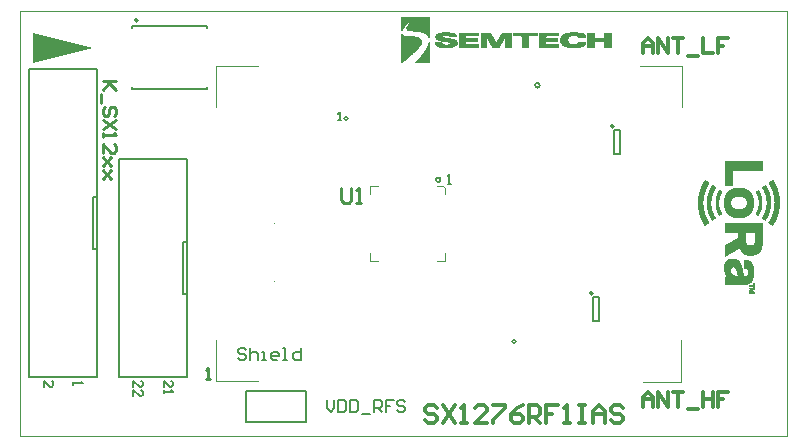
<source format=gto>
%FSAX43Y43*%
%MOMM*%
G71*
G01*
G75*
G04 Layer_Color=65535*
%ADD10C,0.300*%
%ADD11R,0.650X0.650*%
%ADD12R,0.650X0.650*%
G04:AMPARAMS|DCode=13|XSize=4.6mm|YSize=4.6mm|CornerRadius=0.115mm|HoleSize=0mm|Usage=FLASHONLY|Rotation=270.000|XOffset=0mm|YOffset=0mm|HoleType=Round|Shape=RoundedRectangle|*
%AMROUNDEDRECTD13*
21,1,4.600,4.370,0,0,270.0*
21,1,4.370,4.600,0,0,270.0*
1,1,0.230,-2.185,-2.185*
1,1,0.230,-2.185,2.185*
1,1,0.230,2.185,2.185*
1,1,0.230,2.185,-2.185*
%
%ADD13ROUNDEDRECTD13*%
%ADD14O,0.300X0.800*%
%ADD15O,0.800X0.300*%
G04:AMPARAMS|DCode=16|XSize=1.7mm|YSize=0.65mm|CornerRadius=0.016mm|HoleSize=0mm|Usage=FLASHONLY|Rotation=180.000|XOffset=0mm|YOffset=0mm|HoleType=Round|Shape=RoundedRectangle|*
%AMROUNDEDRECTD16*
21,1,1.700,0.618,0,0,180.0*
21,1,1.667,0.650,0,0,180.0*
1,1,0.033,-0.834,0.309*
1,1,0.033,0.834,0.309*
1,1,0.033,0.834,-0.309*
1,1,0.033,-0.834,-0.309*
%
%ADD16ROUNDEDRECTD16*%
G04:AMPARAMS|DCode=17|XSize=1.5mm|YSize=0.65mm|CornerRadius=0.016mm|HoleSize=0mm|Usage=FLASHONLY|Rotation=180.000|XOffset=0mm|YOffset=0mm|HoleType=Round|Shape=RoundedRectangle|*
%AMROUNDEDRECTD17*
21,1,1.500,0.618,0,0,180.0*
21,1,1.468,0.650,0,0,180.0*
1,1,0.033,-0.734,0.309*
1,1,0.033,0.734,0.309*
1,1,0.033,0.734,-0.309*
1,1,0.033,-0.734,-0.309*
%
%ADD17ROUNDEDRECTD17*%
G04:AMPARAMS|DCode=18|XSize=1.1mm|YSize=0.65mm|CornerRadius=0.016mm|HoleSize=0mm|Usage=FLASHONLY|Rotation=180.000|XOffset=0mm|YOffset=0mm|HoleType=Round|Shape=RoundedRectangle|*
%AMROUNDEDRECTD18*
21,1,1.100,0.618,0,0,180.0*
21,1,1.067,0.650,0,0,180.0*
1,1,0.033,-0.534,0.309*
1,1,0.033,0.534,0.309*
1,1,0.033,0.534,-0.309*
1,1,0.033,-0.534,-0.309*
%
%ADD18ROUNDEDRECTD18*%
G04:AMPARAMS|DCode=19|XSize=4mm|YSize=2.5mm|CornerRadius=0.063mm|HoleSize=0mm|Usage=FLASHONLY|Rotation=270.000|XOffset=0mm|YOffset=0mm|HoleType=Round|Shape=RoundedRectangle|*
%AMROUNDEDRECTD19*
21,1,4.000,2.375,0,0,270.0*
21,1,3.875,2.500,0,0,270.0*
1,1,0.125,-1.188,-1.938*
1,1,0.125,-1.188,1.938*
1,1,0.125,1.188,1.938*
1,1,0.125,1.188,-1.938*
%
%ADD19ROUNDEDRECTD19*%
G04:AMPARAMS|DCode=20|XSize=0.45mm|YSize=1.1mm|CornerRadius=0.023mm|HoleSize=0mm|Usage=FLASHONLY|Rotation=270.000|XOffset=0mm|YOffset=0mm|HoleType=Round|Shape=RoundedRectangle|*
%AMROUNDEDRECTD20*
21,1,0.450,1.055,0,0,270.0*
21,1,0.405,1.100,0,0,270.0*
1,1,0.045,-0.527,-0.203*
1,1,0.045,-0.527,0.203*
1,1,0.045,0.527,0.203*
1,1,0.045,0.527,-0.203*
%
%ADD20ROUNDEDRECTD20*%
%ADD21R,1.300X1.300*%
%ADD22R,1.300X1.300*%
%ADD23R,0.900X0.900*%
%ADD24R,0.500X0.250*%
G04:AMPARAMS|DCode=25|XSize=1.4mm|YSize=0.8mm|CornerRadius=0.02mm|HoleSize=0mm|Usage=FLASHONLY|Rotation=270.000|XOffset=0mm|YOffset=0mm|HoleType=Round|Shape=RoundedRectangle|*
%AMROUNDEDRECTD25*
21,1,1.400,0.760,0,0,270.0*
21,1,1.360,0.800,0,0,270.0*
1,1,0.040,-0.380,-0.680*
1,1,0.040,-0.380,0.680*
1,1,0.040,0.380,0.680*
1,1,0.040,0.380,-0.680*
%
%ADD25ROUNDEDRECTD25*%
G04:AMPARAMS|DCode=26|XSize=1.4mm|YSize=0.8mm|CornerRadius=0.02mm|HoleSize=0mm|Usage=FLASHONLY|Rotation=180.000|XOffset=0mm|YOffset=0mm|HoleType=Round|Shape=RoundedRectangle|*
%AMROUNDEDRECTD26*
21,1,1.400,0.760,0,0,180.0*
21,1,1.360,0.800,0,0,180.0*
1,1,0.040,-0.680,0.380*
1,1,0.040,0.680,0.380*
1,1,0.040,0.680,-0.380*
1,1,0.040,-0.680,-0.380*
%
%ADD26ROUNDEDRECTD26*%
%ADD27C,1.270*%
G04:AMPARAMS|DCode=28|XSize=0.9mm|YSize=4mm|CornerRadius=0.045mm|HoleSize=0mm|Usage=FLASHONLY|Rotation=90.000|XOffset=0mm|YOffset=0mm|HoleType=Round|Shape=RoundedRectangle|*
%AMROUNDEDRECTD28*
21,1,0.900,3.910,0,0,90.0*
21,1,0.810,4.000,0,0,90.0*
1,1,0.090,1.955,0.405*
1,1,0.090,1.955,-0.405*
1,1,0.090,-1.955,-0.405*
1,1,0.090,-1.955,0.405*
%
%ADD28ROUNDEDRECTD28*%
%ADD29R,0.500X0.500*%
%ADD30R,0.850X0.400*%
%ADD31R,1.050X0.700*%
%ADD32C,0.400*%
%ADD33C,0.500*%
%ADD34C,1.000*%
%ADD35C,0.200*%
%ADD36C,0.650*%
%ADD37C,0.600*%
%ADD38C,0.800*%
%ADD39C,0.250*%
%ADD40C,0.050*%
%ADD41C,1.500*%
G04:AMPARAMS|DCode=42|XSize=1.5mm|YSize=1.5mm|CornerRadius=0.075mm|HoleSize=0mm|Usage=FLASHONLY|Rotation=90.000|XOffset=0mm|YOffset=0mm|HoleType=Round|Shape=RoundedRectangle|*
%AMROUNDEDRECTD42*
21,1,1.500,1.350,0,0,90.0*
21,1,1.350,1.500,0,0,90.0*
1,1,0.150,0.675,0.675*
1,1,0.150,0.675,-0.675*
1,1,0.150,-0.675,-0.675*
1,1,0.150,-0.675,0.675*
%
%ADD42ROUNDEDRECTD42*%
%ADD43C,1.700*%
G04:AMPARAMS|DCode=44|XSize=1.7mm|YSize=1.7mm|CornerRadius=0.17mm|HoleSize=0mm|Usage=FLASHONLY|Rotation=0.000|XOffset=0mm|YOffset=0mm|HoleType=Round|Shape=RoundedRectangle|*
%AMROUNDEDRECTD44*
21,1,1.700,1.360,0,0,0.0*
21,1,1.360,1.700,0,0,0.0*
1,1,0.340,0.680,-0.680*
1,1,0.340,-0.680,-0.680*
1,1,0.340,-0.680,0.680*
1,1,0.340,0.680,0.680*
%
%ADD44ROUNDEDRECTD44*%
G04:AMPARAMS|DCode=45|XSize=2.2mm|YSize=4.4mm|CornerRadius=0.11mm|HoleSize=0mm|Usage=FLASHONLY|Rotation=90.000|XOffset=0mm|YOffset=0mm|HoleType=Round|Shape=RoundedRectangle|*
%AMROUNDEDRECTD45*
21,1,2.200,4.180,0,0,90.0*
21,1,1.980,4.400,0,0,90.0*
1,1,0.220,2.090,0.990*
1,1,0.220,2.090,-0.990*
1,1,0.220,-2.090,-0.990*
1,1,0.220,-2.090,0.990*
%
%ADD45ROUNDEDRECTD45*%
%ADD46C,0.800*%
%ADD47C,0.600*%
%ADD48C,0.580*%
%ADD49C,0.150*%
%ADD50C,0.100*%
%ADD51C,0.010*%
%ADD52C,0.025*%
G36*
X0006225Y0032843D02*
X0001175Y0031556D01*
Y0034131D01*
X0006225Y0032843D01*
D02*
G37*
D10*
X0052756Y0032400D02*
Y0033246D01*
X0053179Y0033670D01*
X0053602Y0033246D01*
Y0032400D01*
Y0033035D01*
X0052756D01*
X0054025Y0032400D02*
Y0033670D01*
X0054872Y0032400D01*
Y0033670D01*
X0055295D02*
X0056141D01*
X0055718D01*
Y0032400D01*
X0056564Y0032188D02*
X0057411D01*
X0057834Y0033670D02*
Y0032400D01*
X0058680D01*
X0059950Y0033670D02*
X0059104D01*
Y0033035D01*
X0059527D01*
X0059104D01*
Y0032400D01*
X0052750Y0002500D02*
Y0003346D01*
X0053173Y0003770D01*
X0053596Y0003346D01*
Y0002500D01*
Y0003135D01*
X0052750D01*
X0054020Y0002500D02*
Y0003770D01*
X0054866Y0002500D01*
Y0003770D01*
X0055289D02*
X0056136D01*
X0055712D01*
Y0002500D01*
X0056559Y0002288D02*
X0057405D01*
X0057828Y0003770D02*
Y0002500D01*
Y0003135D01*
X0058675D01*
Y0003770D01*
Y0002500D01*
X0059944Y0003770D02*
X0059098D01*
Y0003135D01*
X0059521D01*
X0059098D01*
Y0002500D01*
X0035350Y0002350D02*
X0035100Y0002600D01*
X0034600D01*
X0034350Y0002350D01*
Y0002100D01*
X0034600Y0001850D01*
X0035100D01*
X0035350Y0001600D01*
Y0001350D01*
X0035100Y0001100D01*
X0034600D01*
X0034350Y0001350D01*
X0035850Y0002600D02*
X0036849Y0001100D01*
Y0002600D02*
X0035850Y0001100D01*
X0037349D02*
X0037849D01*
X0037599D01*
Y0002600D01*
X0037349Y0002350D01*
X0039598Y0001100D02*
X0038599D01*
X0039598Y0002100D01*
Y0002350D01*
X0039348Y0002600D01*
X0038849D01*
X0038599Y0002350D01*
X0040098Y0002600D02*
X0041098D01*
Y0002350D01*
X0040098Y0001350D01*
Y0001100D01*
X0042597Y0002600D02*
X0042097Y0002350D01*
X0041598Y0001850D01*
Y0001350D01*
X0041848Y0001100D01*
X0042347D01*
X0042597Y0001350D01*
Y0001600D01*
X0042347Y0001850D01*
X0041598D01*
X0043097Y0001100D02*
Y0002600D01*
X0043847D01*
X0044097Y0002350D01*
Y0001850D01*
X0043847Y0001600D01*
X0043097D01*
X0043597D02*
X0044097Y0001100D01*
X0045596Y0002600D02*
X0044597D01*
Y0001850D01*
X0045097D01*
X0044597D01*
Y0001100D01*
X0046096D02*
X0046596D01*
X0046346D01*
Y0002600D01*
X0046096Y0002350D01*
X0047346Y0002600D02*
X0047846D01*
X0047596D01*
Y0001100D01*
X0047346D01*
X0047846D01*
X0048595D02*
Y0002100D01*
X0049095Y0002600D01*
X0049595Y0002100D01*
Y0001100D01*
Y0001850D01*
X0048595D01*
X0051095Y0002350D02*
X0050845Y0002600D01*
X0050345D01*
X0050095Y0002350D01*
Y0002100D01*
X0050345Y0001850D01*
X0050845D01*
X0051095Y0001600D01*
Y0001350D01*
X0050845Y0001100D01*
X0050345D01*
X0050095Y0001350D01*
D35*
X0035650Y0021700D02*
G03*
X0035650Y0021700I-0000200J0000000D01*
G01*
X0010050Y0035200D02*
G03*
X0010050Y0035200I-0000150J0000000D01*
G01*
X0044050Y0029700D02*
G03*
X0044050Y0029700I-0000200J0000000D01*
G01*
X0048550Y0012100D02*
G03*
X0048550Y0012100I-0000150J0000000D01*
G01*
X0050350Y0026230D02*
G03*
X0050350Y0026230I-0000150J0000000D01*
G01*
X0015850Y0029350D02*
Y0029550D01*
X0009550Y0029350D02*
X0015850D01*
X0009550D02*
Y0029550D01*
Y0034550D02*
Y0034750D01*
X0015850D01*
Y0034550D02*
Y0034750D01*
X0014158Y0005012D02*
Y0023427D01*
X0008443Y0005012D02*
Y0023427D01*
Y0005012D02*
X0014158D01*
X0008443Y0023427D02*
X0014158D01*
X0013840Y0011998D02*
X0014158D01*
X0013840D02*
Y0016125D01*
Y0016442D01*
X0014158D01*
X0006220Y0020253D02*
X0006537D01*
X0006220Y0019935D02*
Y0020253D01*
Y0015807D02*
Y0019935D01*
Y0015807D02*
X0006537D01*
X0000822Y0031048D02*
X0006537D01*
X0000822Y0005012D02*
X0006537D01*
X0000822D02*
Y0031048D01*
X0006537Y0005012D02*
Y0031048D01*
X0019150Y0001200D02*
X0024250D01*
X0019150Y0003800D02*
X0024250D01*
Y0001200D02*
Y0003800D01*
X0019150Y0001200D02*
Y0003800D01*
X0049050Y0009750D02*
Y0011750D01*
X0048550Y0009750D02*
Y0011750D01*
Y0009750D02*
X0049050D01*
X0048550Y0011750D02*
X0049050D01*
X0050350Y0025880D02*
X0050850D01*
X0050350Y0023880D02*
X0050850D01*
X0050350D02*
Y0025880D01*
X0050850Y0023880D02*
Y0025880D01*
X0019166Y0007283D02*
X0019000Y0007450D01*
X0018667D01*
X0018500Y0007283D01*
Y0007116D01*
X0018667Y0006950D01*
X0019000D01*
X0019166Y0006783D01*
Y0006617D01*
X0019000Y0006450D01*
X0018667D01*
X0018500Y0006617D01*
X0019500Y0007450D02*
Y0006450D01*
Y0006950D01*
X0019666Y0007116D01*
X0020000D01*
X0020166Y0006950D01*
Y0006450D01*
X0020499D02*
X0020833D01*
X0020666D01*
Y0007116D01*
X0020499D01*
X0021832Y0006450D02*
X0021499D01*
X0021332Y0006617D01*
Y0006950D01*
X0021499Y0007116D01*
X0021832D01*
X0021999Y0006950D01*
Y0006783D01*
X0021332D01*
X0022332Y0006450D02*
X0022665D01*
X0022499D01*
Y0007450D01*
X0022332D01*
X0023832D02*
Y0006450D01*
X0023332D01*
X0023165Y0006617D01*
Y0006950D01*
X0023332Y0007116D01*
X0023832D01*
X0026000Y0003050D02*
Y0002383D01*
X0026333Y0002050D01*
X0026666Y0002383D01*
Y0003050D01*
X0027000D02*
Y0002050D01*
X0027500D01*
X0027666Y0002217D01*
Y0002883D01*
X0027500Y0003050D01*
X0027000D01*
X0027999D02*
Y0002050D01*
X0028499D01*
X0028666Y0002217D01*
Y0002883D01*
X0028499Y0003050D01*
X0027999D01*
X0028999Y0001883D02*
X0029665D01*
X0029999Y0002050D02*
Y0003050D01*
X0030499D01*
X0030665Y0002883D01*
Y0002550D01*
X0030499Y0002383D01*
X0029999D01*
X0030332D02*
X0030665Y0002050D01*
X0031665Y0003050D02*
X0030998D01*
Y0002550D01*
X0031332D01*
X0030998D01*
Y0002050D01*
X0032665Y0002883D02*
X0032498Y0003050D01*
X0032165D01*
X0031998Y0002883D01*
Y0002716D01*
X0032165Y0002550D01*
X0032498D01*
X0032665Y0002383D01*
Y0002217D01*
X0032498Y0002050D01*
X0032165D01*
X0031998Y0002217D01*
X0036254Y0021350D02*
X0036520D01*
X0036387D01*
Y0022150D01*
X0036254Y0022016D01*
X0009650Y0004167D02*
Y0004700D01*
X0010183Y0004167D01*
X0010316D01*
X0010450Y0004300D01*
Y0004567D01*
X0010316Y0004700D01*
X0009650Y0003367D02*
Y0003900D01*
X0010183Y0003367D01*
X0010316D01*
X0010450Y0003500D01*
Y0003767D01*
X0010316Y0003900D01*
X0012200Y0004167D02*
Y0004700D01*
X0012733Y0004167D01*
X0012866D01*
X0013000Y0004300D01*
Y0004567D01*
X0012866Y0004700D01*
X0012200Y0003900D02*
Y0003634D01*
Y0003767D01*
X0013000D01*
X0012866Y0003900D01*
X0004550Y0004600D02*
Y0004333D01*
Y0004467D01*
X0005350D01*
X0005216Y0004600D01*
X0002050Y0004167D02*
Y0004700D01*
X0002583Y0004167D01*
X0002716D01*
X0002850Y0004300D01*
Y0004567D01*
X0002716Y0004700D01*
X0027000Y0026800D02*
X0027200D01*
X0027100D01*
Y0027400D01*
X0027000Y0027300D01*
D39*
X0008150Y0030050D02*
X0007050D01*
X0007417D01*
X0008150Y0029317D01*
X0007600Y0029867D01*
X0007050Y0029317D01*
X0006867Y0028950D02*
Y0028217D01*
X0007966Y0027118D02*
X0008150Y0027301D01*
Y0027667D01*
X0007966Y0027851D01*
X0007783D01*
X0007600Y0027667D01*
Y0027301D01*
X0007417Y0027118D01*
X0007233D01*
X0007050Y0027301D01*
Y0027667D01*
X0007233Y0027851D01*
X0008150Y0026751D02*
X0007050Y0026018D01*
X0008150D02*
X0007050Y0026751D01*
Y0025651D02*
Y0025285D01*
Y0025468D01*
X0008150D01*
X0007966Y0025651D01*
X0007050Y0024002D02*
Y0024735D01*
X0007783Y0024002D01*
X0007966D01*
X0008150Y0024185D01*
Y0024552D01*
X0007966Y0024735D01*
X0007783Y0023635D02*
X0007050Y0022902D01*
X0007417Y0023269D01*
X0007783Y0022902D01*
X0007050Y0023635D01*
X0007783Y0022536D02*
X0007050Y0021803D01*
X0007417Y0022169D01*
X0007783Y0021803D01*
X0007050Y0022536D01*
X0027250Y0021020D02*
Y0019962D01*
X0027462Y0019750D01*
X0027885D01*
X0028096Y0019962D01*
Y0021020D01*
X0028520Y0019750D02*
X0028943D01*
X0028731D01*
Y0021020D01*
X0028520Y0020808D01*
X0015800Y0004800D02*
X0016133D01*
X0015967D01*
Y0005800D01*
X0015800Y0005633D01*
D40*
X0000000Y0000000D02*
Y0036000D01*
X0065000D01*
Y0000000D02*
Y0036000D01*
X0000000Y0000000D02*
X0065000D01*
D49*
X0042000Y0008000D02*
G03*
X0042000Y0008000I-0000150J0000000D01*
G01*
X0027800Y0026900D02*
G03*
X0027800Y0026900I-0000150J0000000D01*
G01*
D50*
X0021650Y0018020D02*
G03*
X0021650Y0018020I-0000050J0000000D01*
G01*
X0021650Y0013120D02*
G03*
X0021650Y0013120I-0000050J0000000D01*
G01*
X0021650Y0008320D02*
G03*
X0021650Y0008320I-0000050J0000000D01*
G01*
X0035350Y0021200D02*
X0035850D01*
X0029650Y0021200D02*
X0030350D01*
X0029650Y0020500D02*
Y0021200D01*
Y0014800D02*
Y0015500D01*
Y0014800D02*
X0030350D01*
X0035350D02*
X0036050D01*
Y0015500D01*
X0036050Y0020500D02*
Y0021000D01*
X0035850Y0021200D02*
X0036050Y0021000D01*
X0016650Y0004650D02*
Y0008150D01*
Y0004650D02*
X0020150D01*
X0052800Y0004600D02*
X0056000D01*
Y0008100D01*
X0056050Y0027850D02*
Y0031350D01*
X0052550D02*
X0056050D01*
X0016650Y0027850D02*
Y0031350D01*
X0020150D01*
D51*
X0057444Y0019581D02*
Y0019937D01*
X0057455Y0019439D02*
Y0020079D01*
X0057465Y0019348D02*
Y0020171D01*
X0057475Y0019266D02*
Y0020252D01*
X0057485Y0019206D02*
Y0020313D01*
X0057495Y0019145D02*
Y0020374D01*
X0057505Y0019094D02*
Y0020425D01*
X0057516Y0019043D02*
Y0020476D01*
X0057526Y0018992D02*
Y0020526D01*
X0057536Y0018952D02*
Y0020567D01*
X0057546Y0018911D02*
Y0020608D01*
X0057556Y0018870D02*
Y0020648D01*
X0057566Y0018840D02*
Y0020679D01*
X0057577Y0018799D02*
Y0020719D01*
X0057587Y0018769D02*
Y0020750D01*
X0057597Y0018728D02*
Y0020780D01*
X0057607Y0018698D02*
Y0020821D01*
X0057617Y0018667D02*
Y0020851D01*
X0057627Y0018637D02*
Y0020872D01*
X0057638Y0018616D02*
Y0020902D01*
X0057648Y0018586D02*
Y0020933D01*
X0057658Y0018555D02*
Y0020963D01*
X0057668Y0018525D02*
Y0020984D01*
X0057678Y0018504D02*
Y0021014D01*
X0057688Y0018474D02*
Y0021044D01*
X0057698Y0018454D02*
Y0021065D01*
X0057709Y0018423D02*
Y0021085D01*
X0057719Y0018403D02*
Y0021116D01*
X0057729Y0018383D02*
Y0021136D01*
X0057739Y0018362D02*
Y0021156D01*
X0057749Y0018332D02*
Y0021187D01*
X0057759Y0018311D02*
Y0021207D01*
X0057770Y0018291D02*
Y0021227D01*
X0057780Y0018271D02*
Y0021248D01*
X0057790Y0018250D02*
Y0021268D01*
X0057800Y0018230D02*
Y0021288D01*
X0057810Y0018210D02*
Y0021309D01*
X0057820Y0018190D02*
Y0021329D01*
X0057831Y0018169D02*
Y0019551D01*
Y0019957D02*
Y0021349D01*
X0057841Y0018149D02*
Y0019439D01*
Y0020079D02*
Y0021370D01*
X0057851Y0018129D02*
Y0019348D01*
Y0020171D02*
Y0021390D01*
X0057861Y0018108D02*
Y0019277D01*
Y0020242D02*
Y0021410D01*
X0057871Y0018098D02*
Y0019216D01*
Y0020303D02*
Y0021420D01*
X0057881Y0018078D02*
Y0019165D01*
Y0020354D02*
Y0021441D01*
X0057892Y0018057D02*
Y0019114D01*
Y0020404D02*
Y0021461D01*
X0057902Y0018037D02*
Y0019063D01*
Y0020445D02*
Y0021481D01*
X0057912Y0018027D02*
Y0019023D01*
Y0020486D02*
Y0021492D01*
X0057922Y0018007D02*
Y0018982D01*
Y0020526D02*
Y0021512D01*
X0057932Y0017986D02*
Y0018952D01*
Y0020567D02*
Y0021532D01*
X0057942Y0017966D02*
Y0018911D01*
Y0020608D02*
Y0021542D01*
X0057952Y0017956D02*
Y0018880D01*
Y0020638D02*
Y0021563D01*
X0057963Y0017936D02*
Y0018840D01*
Y0020669D02*
Y0021583D01*
X0057973Y0017925D02*
Y0018809D01*
Y0020709D02*
Y0021593D01*
X0057983Y0017905D02*
Y0018779D01*
Y0020740D02*
Y0021613D01*
X0057993Y0017895D02*
Y0018748D01*
Y0020770D02*
Y0021624D01*
X0058003Y0017885D02*
Y0018718D01*
Y0020790D02*
Y0021644D01*
X0058013Y0017895D02*
Y0018698D01*
Y0020821D02*
Y0021654D01*
X0058024Y0017905D02*
Y0018667D01*
Y0020851D02*
Y0021674D01*
X0058034Y0017915D02*
Y0018637D01*
Y0020872D02*
Y0021664D01*
X0058044Y0017915D02*
Y0018616D01*
Y0020902D02*
Y0021664D01*
X0058054Y0017925D02*
Y0018586D01*
Y0020923D02*
Y0021654D01*
X0058064Y0017936D02*
Y0018565D01*
Y0020953D02*
Y0021644D01*
X0058074Y0017936D02*
Y0018545D01*
Y0020973D02*
Y0021644D01*
X0058085Y0017946D02*
Y0018515D01*
Y0020994D02*
Y0021634D01*
X0058095Y0017956D02*
Y0018494D01*
Y0021024D02*
Y0021624D01*
X0058105Y0017956D02*
Y0018474D01*
Y0021044D02*
Y0021613D01*
X0058115Y0017966D02*
Y0018454D01*
Y0021065D02*
Y0021613D01*
X0058125Y0017976D02*
Y0018433D01*
Y0021085D02*
Y0021603D01*
X0058135Y0017986D02*
Y0018413D01*
Y0021105D02*
Y0021593D01*
X0058146Y0017986D02*
Y0018393D01*
Y0021126D02*
Y0021593D01*
X0058156Y0017996D02*
Y0018372D01*
Y0021146D02*
Y0021583D01*
X0058166Y0018007D02*
Y0018352D01*
Y0021166D02*
Y0021573D01*
X0058176Y0018007D02*
Y0018332D01*
Y0021187D02*
Y0021573D01*
X0058186Y0018017D02*
Y0018311D01*
Y0021207D02*
Y0021563D01*
X0058196Y0018027D02*
Y0018291D01*
Y0019602D02*
Y0019917D01*
Y0021227D02*
Y0021552D01*
X0058206Y0018027D02*
Y0018271D01*
Y0019480D02*
Y0020039D01*
Y0021238D02*
Y0021542D01*
X0058217Y0018037D02*
Y0018261D01*
Y0019399D02*
Y0020120D01*
Y0021258D02*
Y0021542D01*
X0058227Y0018047D02*
Y0018240D01*
Y0019327D02*
Y0020191D01*
Y0021278D02*
Y0021532D01*
X0058237Y0018057D02*
Y0018220D01*
Y0019266D02*
Y0020252D01*
Y0021298D02*
Y0021522D01*
X0058247Y0018057D02*
Y0018200D01*
Y0019216D02*
Y0020303D01*
Y0021309D02*
Y0021522D01*
X0058257Y0018068D02*
Y0018190D01*
Y0019165D02*
Y0020343D01*
Y0021329D02*
Y0021512D01*
X0058267Y0018078D02*
Y0018169D01*
Y0019124D02*
Y0020394D01*
Y0021349D02*
Y0021502D01*
X0058278Y0018078D02*
Y0018149D01*
Y0019084D02*
Y0020435D01*
Y0021359D02*
Y0021492D01*
X0058288Y0018088D02*
Y0018139D01*
Y0019053D02*
Y0020465D01*
Y0021380D02*
Y0021492D01*
X0058298Y0018098D02*
Y0018118D01*
Y0019012D02*
Y0020506D01*
Y0021400D02*
Y0021481D01*
X0058308Y0018098D02*
Y0018108D01*
Y0018982D02*
Y0020536D01*
Y0021410D02*
Y0021471D01*
X0058318Y0018952D02*
Y0020567D01*
Y0021431D02*
Y0021471D01*
X0058328Y0018911D02*
Y0020608D01*
Y0021441D02*
Y0021461D01*
X0058339Y0018880D02*
Y0020638D01*
X0058349Y0018860D02*
Y0020658D01*
X0058359Y0018830D02*
Y0020689D01*
X0058369Y0018799D02*
Y0020719D01*
X0058379Y0018779D02*
Y0020740D01*
X0058389Y0018748D02*
Y0020770D01*
X0058400Y0018728D02*
Y0020790D01*
X0058410Y0018698D02*
Y0020821D01*
X0058420Y0018677D02*
Y0020841D01*
X0058430Y0018657D02*
Y0020862D01*
X0058440Y0018637D02*
Y0020882D01*
X0058450Y0018616D02*
Y0020902D01*
X0058460Y0018596D02*
Y0020923D01*
X0058471Y0018565D02*
Y0020943D01*
X0058481Y0018545D02*
Y0020963D01*
X0058491Y0018525D02*
Y0020984D01*
X0058501Y0018515D02*
Y0019602D01*
Y0019907D02*
Y0021004D01*
X0058511Y0018494D02*
Y0019490D01*
Y0020028D02*
Y0021024D01*
X0058521Y0018474D02*
Y0019409D01*
Y0020110D02*
Y0021044D01*
X0058532Y0018454D02*
Y0019348D01*
Y0020171D02*
Y0021065D01*
X0058542Y0018433D02*
Y0019297D01*
Y0020222D02*
Y0021085D01*
X0058552Y0018423D02*
Y0019246D01*
Y0020272D02*
Y0021095D01*
X0058562Y0018403D02*
Y0019195D01*
Y0020313D02*
Y0021116D01*
X0058572Y0018383D02*
Y0019155D01*
Y0020354D02*
Y0021136D01*
X0058582Y0018362D02*
Y0019124D01*
Y0020394D02*
Y0021146D01*
X0058593Y0018352D02*
Y0019084D01*
Y0020435D02*
Y0021166D01*
X0058603Y0018332D02*
Y0019053D01*
Y0020465D02*
Y0021187D01*
X0058613Y0018322D02*
Y0019023D01*
Y0020496D02*
Y0021197D01*
X0058623Y0018322D02*
Y0018992D01*
Y0020526D02*
Y0021217D01*
X0058633Y0018332D02*
Y0018962D01*
Y0020557D02*
Y0021227D01*
X0058643Y0018332D02*
Y0018931D01*
Y0020587D02*
Y0021238D01*
X0058654Y0018342D02*
Y0018901D01*
Y0020608D02*
Y0021238D01*
X0058664Y0018352D02*
Y0018880D01*
Y0020638D02*
Y0021227D01*
X0058674Y0018362D02*
Y0018850D01*
Y0020658D02*
Y0021217D01*
X0058684Y0018362D02*
Y0018830D01*
Y0020689D02*
Y0021207D01*
X0058694Y0018372D02*
Y0018809D01*
Y0020709D02*
Y0021207D01*
X0058704Y0018383D02*
Y0018779D01*
Y0020730D02*
Y0021197D01*
X0058714Y0018383D02*
Y0018758D01*
Y0020760D02*
Y0021187D01*
X0058725Y0018393D02*
Y0018738D01*
Y0020780D02*
Y0021187D01*
X0058735Y0018403D02*
Y0018718D01*
Y0020801D02*
Y0021177D01*
X0058745Y0018403D02*
Y0018698D01*
Y0020821D02*
Y0021166D01*
X0058755Y0018413D02*
Y0018677D01*
Y0020841D02*
Y0021166D01*
X0058765Y0018423D02*
Y0018657D01*
Y0020862D02*
Y0021156D01*
X0058775Y0018433D02*
Y0018637D01*
Y0020882D02*
Y0021146D01*
X0058786Y0018433D02*
Y0018616D01*
Y0020892D02*
Y0021136D01*
X0058796Y0018444D02*
Y0018606D01*
Y0020912D02*
Y0021136D01*
X0058806Y0018454D02*
Y0018586D01*
Y0020933D02*
Y0021126D01*
X0058816Y0018454D02*
Y0018565D01*
Y0020953D02*
Y0021116D01*
X0058826Y0018464D02*
Y0018545D01*
Y0020963D02*
Y0021116D01*
X0058836Y0018474D02*
Y0018535D01*
Y0020984D02*
Y0021105D01*
X0058847Y0018474D02*
Y0018515D01*
Y0021004D02*
Y0021095D01*
X0058857Y0018484D02*
Y0018494D01*
Y0021014D02*
Y0021085D01*
X0058867Y0021034D02*
Y0021085D01*
X0058877Y0021044D02*
Y0021075D01*
X0058928Y0019642D02*
Y0019866D01*
X0058938Y0019531D02*
Y0019988D01*
X0058948Y0019460D02*
Y0020059D01*
X0058958Y0019399D02*
Y0020120D01*
X0058968Y0019348D02*
Y0020171D01*
X0058979Y0019297D02*
Y0020211D01*
X0058989Y0019256D02*
Y0020252D01*
X0058999Y0019226D02*
Y0020293D01*
X0059009Y0019185D02*
Y0020323D01*
X0059019Y0019155D02*
Y0020354D01*
X0059029Y0019124D02*
Y0020384D01*
X0059040Y0019094D02*
Y0020415D01*
X0059050Y0019073D02*
Y0020445D01*
X0059060Y0019043D02*
Y0020465D01*
X0059070Y0019023D02*
Y0020496D01*
X0059080Y0018992D02*
Y0020516D01*
X0059090Y0018972D02*
Y0020547D01*
X0059101Y0018952D02*
Y0020567D01*
X0059111Y0018921D02*
Y0020587D01*
X0059121Y0018901D02*
Y0020608D01*
X0059131Y0018880D02*
Y0020628D01*
X0059141Y0018860D02*
Y0020648D01*
X0059151Y0018840D02*
Y0019744D01*
Y0019764D02*
Y0020669D01*
X0059162Y0018830D02*
Y0019561D01*
Y0019947D02*
Y0020689D01*
X0059172Y0018809D02*
Y0019490D01*
Y0020028D02*
Y0020709D01*
X0059182Y0018789D02*
Y0019429D01*
Y0020089D02*
Y0020730D01*
X0059192Y0018769D02*
Y0019378D01*
Y0020140D02*
Y0020740D01*
X0059202Y0018758D02*
Y0019338D01*
Y0020181D02*
Y0020760D01*
X0059212Y0018738D02*
Y0019297D01*
Y0020222D02*
Y0020780D01*
X0059222Y0018738D02*
Y0019266D01*
Y0020252D02*
Y0020790D01*
X0059233Y0018748D02*
Y0019226D01*
Y0020282D02*
Y0020811D01*
X0059243Y0018758D02*
Y0019195D01*
Y0020313D02*
Y0020821D01*
X0059253Y0018758D02*
Y0019165D01*
Y0020343D02*
Y0020811D01*
X0059263Y0018769D02*
Y0019145D01*
Y0020374D02*
Y0020801D01*
X0059273Y0018779D02*
Y0019114D01*
Y0020394D02*
Y0020801D01*
X0059283Y0018779D02*
Y0019094D01*
Y0020425D02*
Y0020790D01*
X0059294Y0018789D02*
Y0019063D01*
Y0020445D02*
Y0020780D01*
X0059304Y0018799D02*
Y0019043D01*
Y0020476D02*
Y0020770D01*
X0059314Y0018809D02*
Y0019023D01*
Y0020496D02*
Y0020770D01*
X0059324Y0018809D02*
Y0019002D01*
Y0020516D02*
Y0020760D01*
X0059334Y0018819D02*
Y0018982D01*
Y0020536D02*
Y0020750D01*
X0059344Y0018830D02*
Y0018962D01*
Y0020557D02*
Y0020750D01*
X0059355Y0018830D02*
Y0018941D01*
Y0020577D02*
Y0020740D01*
X0059365Y0018840D02*
Y0018921D01*
Y0020597D02*
Y0020730D01*
X0059375Y0018850D02*
Y0018901D01*
Y0020608D02*
Y0020730D01*
X0059385Y0018850D02*
Y0018891D01*
Y0020628D02*
Y0020719D01*
X0059395Y0018860D02*
Y0018870D01*
Y0020648D02*
Y0020709D01*
X0059405Y0020658D02*
Y0020699D01*
X0059416Y0020679D02*
Y0020699D01*
X0059639Y0014136D02*
Y0014359D01*
Y0019653D02*
Y0019907D01*
X0059649Y0014065D02*
Y0014430D01*
Y0019551D02*
Y0020008D01*
X0059659Y0014014D02*
Y0014481D01*
Y0019490D02*
Y0020069D01*
X0059670Y0013973D02*
Y0014522D01*
Y0019439D02*
Y0020120D01*
X0059680Y0013943D02*
Y0014562D01*
Y0019388D02*
Y0020171D01*
X0059690Y0013912D02*
Y0014583D01*
Y0019358D02*
Y0020201D01*
X0059700Y0012845D02*
Y0013475D01*
Y0013882D02*
Y0014613D01*
Y0015274D02*
Y0016158D01*
Y0017275D02*
Y0018057D01*
Y0019317D02*
Y0020242D01*
Y0021278D02*
Y0023300D01*
X0059710Y0012845D02*
Y0013485D01*
Y0013851D02*
Y0014634D01*
Y0015284D02*
Y0016158D01*
Y0017275D02*
Y0018057D01*
Y0019287D02*
Y0020272D01*
Y0021278D02*
Y0023300D01*
X0059720Y0012845D02*
Y0013485D01*
Y0013831D02*
Y0014654D01*
Y0015284D02*
Y0016168D01*
Y0017275D02*
Y0018068D01*
Y0019256D02*
Y0020303D01*
Y0021278D02*
Y0023300D01*
X0059730Y0012856D02*
Y0013485D01*
Y0013811D02*
Y0014674D01*
Y0015294D02*
Y0016178D01*
Y0017275D02*
Y0018068D01*
Y0019236D02*
Y0020323D01*
Y0021278D02*
Y0023300D01*
X0059741Y0012856D02*
Y0013485D01*
Y0013780D02*
Y0014694D01*
Y0015294D02*
Y0016178D01*
Y0017275D02*
Y0018068D01*
Y0019206D02*
Y0020354D01*
Y0021278D02*
Y0023300D01*
X0059751Y0012856D02*
Y0013496D01*
Y0013760D02*
Y0014715D01*
Y0015304D02*
Y0016188D01*
Y0017275D02*
Y0018057D01*
Y0019185D02*
Y0020374D01*
Y0021278D02*
Y0023300D01*
X0059761Y0012856D02*
Y0013496D01*
Y0013739D02*
Y0014725D01*
Y0015304D02*
Y0016188D01*
Y0017275D02*
Y0018068D01*
Y0019165D02*
Y0020394D01*
Y0021278D02*
Y0023300D01*
X0059771Y0012866D02*
Y0013496D01*
Y0013719D02*
Y0014745D01*
Y0015314D02*
Y0016198D01*
Y0017275D02*
Y0018057D01*
Y0019145D02*
Y0020415D01*
Y0021278D02*
Y0023300D01*
X0059781Y0012866D02*
Y0013496D01*
Y0013709D02*
Y0014755D01*
Y0015324D02*
Y0016198D01*
Y0017275D02*
Y0018068D01*
Y0019124D02*
Y0020435D01*
Y0021278D02*
Y0023300D01*
X0059791Y0012866D02*
Y0013506D01*
Y0013689D02*
Y0014776D01*
Y0015324D02*
Y0016208D01*
Y0017275D02*
Y0018068D01*
Y0019104D02*
Y0020455D01*
Y0021278D02*
Y0023300D01*
X0059802Y0012866D02*
Y0013506D01*
Y0013668D02*
Y0014786D01*
Y0015335D02*
Y0016208D01*
Y0017275D02*
Y0018068D01*
Y0019084D02*
Y0020476D01*
Y0021278D02*
Y0023300D01*
X0059812Y0012876D02*
Y0013506D01*
Y0013658D02*
Y0014796D01*
Y0015335D02*
Y0016218D01*
Y0017275D02*
Y0018068D01*
Y0019073D02*
Y0020486D01*
Y0021278D02*
Y0023300D01*
X0059822Y0012876D02*
Y0013506D01*
Y0013638D02*
Y0014806D01*
Y0015345D02*
Y0016218D01*
Y0017275D02*
Y0018068D01*
Y0019053D02*
Y0020506D01*
Y0021278D02*
Y0023300D01*
X0059832Y0012876D02*
Y0013506D01*
Y0013628D02*
Y0014816D01*
Y0015345D02*
Y0016229D01*
Y0017275D02*
Y0018068D01*
Y0019033D02*
Y0020526D01*
Y0021278D02*
Y0023300D01*
X0059842Y0012876D02*
Y0013516D01*
Y0013618D02*
Y0014827D01*
Y0015355D02*
Y0016239D01*
Y0017275D02*
Y0018068D01*
Y0019023D02*
Y0020536D01*
Y0021278D02*
Y0023300D01*
X0059852Y0012876D02*
Y0013516D01*
Y0013607D02*
Y0014837D01*
Y0015365D02*
Y0016239D01*
Y0017275D02*
Y0018068D01*
Y0019002D02*
Y0020557D01*
Y0021278D02*
Y0023300D01*
X0059863Y0012876D02*
Y0013516D01*
Y0013597D02*
Y0014847D01*
Y0015365D02*
Y0016249D01*
Y0017275D02*
Y0018068D01*
Y0018992D02*
Y0020567D01*
Y0021278D02*
Y0023300D01*
X0059873Y0012886D02*
Y0013516D01*
Y0013587D02*
Y0014857D01*
Y0015375D02*
Y0016249D01*
Y0017275D02*
Y0018068D01*
Y0018982D02*
Y0020577D01*
Y0021278D02*
Y0023300D01*
X0059883Y0012886D02*
Y0013516D01*
Y0013577D02*
Y0014867D01*
Y0015375D02*
Y0016259D01*
Y0017275D02*
Y0018068D01*
Y0018962D02*
Y0020597D01*
Y0021278D02*
Y0023300D01*
X0059893Y0012886D02*
Y0013516D01*
Y0013567D02*
Y0014877D01*
Y0015385D02*
Y0016259D01*
Y0017275D02*
Y0018068D01*
Y0018952D02*
Y0020608D01*
Y0021278D02*
Y0023300D01*
X0059903Y0012886D02*
Y0013516D01*
Y0013557D02*
Y0014888D01*
Y0015385D02*
Y0016269D01*
Y0017275D02*
Y0018068D01*
Y0018941D02*
Y0020618D01*
Y0021278D02*
Y0023300D01*
X0059913Y0012886D02*
Y0013516D01*
Y0013546D02*
Y0014898D01*
Y0015396D02*
Y0016269D01*
Y0017275D02*
Y0018068D01*
Y0018931D02*
Y0020638D01*
Y0021278D02*
Y0023300D01*
X0059924Y0012886D02*
Y0013516D01*
Y0013536D02*
Y0014908D01*
Y0015406D02*
Y0016279D01*
Y0017275D02*
Y0018068D01*
Y0018911D02*
Y0020648D01*
Y0021278D02*
Y0023300D01*
X0059934Y0012886D02*
Y0013526D01*
Y0013536D02*
Y0014908D01*
Y0015406D02*
Y0016279D01*
Y0017275D02*
Y0018068D01*
Y0018901D02*
Y0020658D01*
Y0021278D02*
Y0023300D01*
X0059944Y0012886D02*
Y0014918D01*
Y0015416D02*
Y0016290D01*
Y0017275D02*
Y0018068D01*
Y0018891D02*
Y0020669D01*
Y0021278D02*
Y0023300D01*
X0059954Y0012896D02*
Y0014928D01*
Y0015416D02*
Y0016300D01*
Y0017275D02*
Y0018068D01*
Y0018880D02*
Y0020679D01*
Y0021278D02*
Y0023300D01*
X0059964Y0012896D02*
Y0014928D01*
Y0015426D02*
Y0016300D01*
Y0017275D02*
Y0018068D01*
Y0018870D02*
Y0020689D01*
Y0021278D02*
Y0023300D01*
X0059974Y0012896D02*
Y0014938D01*
Y0015426D02*
Y0016310D01*
Y0017275D02*
Y0018068D01*
Y0018860D02*
Y0020699D01*
Y0021278D02*
Y0023300D01*
X0059984Y0012896D02*
Y0014948D01*
Y0015436D02*
Y0016310D01*
Y0017275D02*
Y0018068D01*
Y0018850D02*
Y0020709D01*
Y0021278D02*
Y0023300D01*
X0059995Y0012896D02*
Y0014948D01*
Y0015446D02*
Y0016320D01*
Y0017275D02*
Y0018068D01*
Y0018840D02*
Y0020719D01*
Y0021278D02*
Y0023300D01*
X0060005Y0012896D02*
Y0014959D01*
Y0015446D02*
Y0016320D01*
Y0017275D02*
Y0018068D01*
Y0018830D02*
Y0020730D01*
Y0021278D02*
Y0023300D01*
X0060015Y0012896D02*
Y0014959D01*
Y0015456D02*
Y0016330D01*
Y0017275D02*
Y0018068D01*
Y0018819D02*
Y0020740D01*
Y0021278D02*
Y0023300D01*
X0060025Y0012896D02*
Y0014969D01*
Y0015456D02*
Y0016330D01*
Y0017275D02*
Y0018068D01*
Y0018809D02*
Y0020750D01*
Y0021278D02*
Y0023300D01*
X0060035Y0012896D02*
Y0014969D01*
Y0015467D02*
Y0016340D01*
Y0017275D02*
Y0018068D01*
Y0018799D02*
Y0020760D01*
Y0021278D02*
Y0023300D01*
X0060045Y0012896D02*
Y0014969D01*
Y0015467D02*
Y0016340D01*
Y0017275D02*
Y0018068D01*
Y0018789D02*
Y0020770D01*
Y0021278D02*
Y0023300D01*
X0060056Y0012896D02*
Y0014979D01*
Y0015477D02*
Y0016351D01*
Y0017275D02*
Y0018068D01*
Y0018789D02*
Y0020770D01*
Y0021278D02*
Y0023300D01*
X0060066Y0012896D02*
Y0014979D01*
Y0015487D02*
Y0016361D01*
Y0017275D02*
Y0018068D01*
Y0018779D02*
Y0020780D01*
Y0021278D02*
Y0023300D01*
X0060076Y0012896D02*
Y0014989D01*
Y0015487D02*
Y0016361D01*
Y0017275D02*
Y0018068D01*
Y0018769D02*
Y0020790D01*
Y0021278D02*
Y0023300D01*
X0060086Y0012896D02*
Y0014989D01*
Y0015497D02*
Y0016371D01*
Y0017275D02*
Y0018068D01*
Y0018758D02*
Y0020801D01*
Y0021278D02*
Y0023300D01*
X0060096Y0012896D02*
Y0014989D01*
Y0015497D02*
Y0016371D01*
Y0017275D02*
Y0018068D01*
Y0018748D02*
Y0020811D01*
Y0021278D02*
Y0023300D01*
X0060106Y0012896D02*
Y0014999D01*
Y0015507D02*
Y0016381D01*
Y0017275D02*
Y0018068D01*
Y0018748D02*
Y0020811D01*
Y0021278D02*
Y0023300D01*
X0060117Y0012896D02*
Y0014999D01*
Y0015507D02*
Y0016381D01*
Y0017275D02*
Y0018068D01*
Y0018738D02*
Y0020821D01*
Y0021278D02*
Y0023300D01*
X0060127Y0012896D02*
Y0014999D01*
Y0015517D02*
Y0016391D01*
Y0017275D02*
Y0018068D01*
Y0018728D02*
Y0020831D01*
Y0021278D02*
Y0023300D01*
X0060137Y0012896D02*
Y0015009D01*
Y0015528D02*
Y0016391D01*
Y0017275D02*
Y0018068D01*
Y0018728D02*
Y0020831D01*
Y0021278D02*
Y0023300D01*
X0060147Y0012896D02*
Y0013943D01*
Y0014136D02*
Y0015009D01*
Y0015528D02*
Y0016401D01*
Y0017275D02*
Y0018068D01*
Y0018718D02*
Y0020841D01*
Y0021278D02*
Y0023300D01*
X0060157Y0012896D02*
Y0013902D01*
Y0014186D02*
Y0015009D01*
Y0015538D02*
Y0016412D01*
Y0017275D02*
Y0018068D01*
Y0018708D02*
Y0020851D01*
Y0021278D02*
Y0023300D01*
X0060167Y0012896D02*
Y0013861D01*
Y0014217D02*
Y0015009D01*
Y0015538D02*
Y0016412D01*
Y0017275D02*
Y0018068D01*
Y0018708D02*
Y0019683D01*
Y0019876D02*
Y0020851D01*
Y0021278D02*
Y0023300D01*
X0060178Y0012906D02*
Y0013841D01*
Y0014237D02*
Y0015009D01*
Y0015548D02*
Y0016422D01*
Y0017275D02*
Y0018068D01*
Y0018698D02*
Y0019632D01*
Y0019927D02*
Y0020862D01*
Y0021278D02*
Y0023300D01*
X0060188Y0012896D02*
Y0013821D01*
Y0014258D02*
Y0015020D01*
Y0015548D02*
Y0016422D01*
Y0017275D02*
Y0018068D01*
Y0018687D02*
Y0019592D01*
Y0019968D02*
Y0020872D01*
Y0021278D02*
Y0023300D01*
X0060198Y0012896D02*
Y0013800D01*
Y0014268D02*
Y0015020D01*
Y0015558D02*
Y0016432D01*
Y0017275D02*
Y0018068D01*
Y0018687D02*
Y0019561D01*
Y0019998D02*
Y0020872D01*
Y0021278D02*
Y0023300D01*
X0060208Y0012896D02*
Y0013780D01*
Y0014288D02*
Y0015020D01*
Y0015568D02*
Y0016432D01*
Y0017275D02*
Y0018068D01*
Y0018677D02*
Y0019531D01*
Y0020018D02*
Y0020882D01*
Y0021278D02*
Y0023300D01*
X0060218Y0012896D02*
Y0013770D01*
Y0014298D02*
Y0015020D01*
Y0015568D02*
Y0016442D01*
Y0017275D02*
Y0018068D01*
Y0018677D02*
Y0019510D01*
Y0020039D02*
Y0020882D01*
Y0021278D02*
Y0023300D01*
X0060228Y0012896D02*
Y0013750D01*
Y0014308D02*
Y0015020D01*
Y0015578D02*
Y0016442D01*
Y0017275D02*
Y0018068D01*
Y0018667D02*
Y0019490D01*
Y0020059D02*
Y0020892D01*
Y0021278D02*
Y0023300D01*
X0060238Y0012896D02*
Y0013739D01*
Y0014308D02*
Y0015020D01*
Y0015578D02*
Y0016452D01*
Y0017275D02*
Y0018068D01*
Y0018667D02*
Y0019480D01*
Y0020079D02*
Y0020892D01*
Y0021278D02*
Y0023300D01*
X0060249Y0012896D02*
Y0013729D01*
Y0014319D02*
Y0015020D01*
Y0015589D02*
Y0016452D01*
Y0017275D02*
Y0018068D01*
Y0018657D02*
Y0019460D01*
Y0020089D02*
Y0020902D01*
Y0021278D02*
Y0023300D01*
X0060259Y0012896D02*
Y0013719D01*
Y0014329D02*
Y0015030D01*
Y0015589D02*
Y0016462D01*
Y0017275D02*
Y0018068D01*
Y0018657D02*
Y0019449D01*
Y0020110D02*
Y0020902D01*
Y0021278D02*
Y0023300D01*
X0060269Y0012896D02*
Y0013709D01*
Y0014329D02*
Y0015030D01*
Y0015599D02*
Y0016472D01*
Y0017275D02*
Y0018068D01*
Y0018647D02*
Y0019429D01*
Y0020120D02*
Y0020912D01*
Y0021278D02*
Y0023300D01*
X0060279Y0012896D02*
Y0013699D01*
Y0014339D02*
Y0015030D01*
Y0015599D02*
Y0016472D01*
Y0017275D02*
Y0018068D01*
Y0018647D02*
Y0019419D01*
Y0020130D02*
Y0020912D01*
Y0021278D02*
Y0023300D01*
X0060289Y0012896D02*
Y0013689D01*
Y0014339D02*
Y0015030D01*
Y0015609D02*
Y0016483D01*
Y0017275D02*
Y0018068D01*
Y0018637D02*
Y0019409D01*
Y0020140D02*
Y0020923D01*
Y0021278D02*
Y0023300D01*
X0060299Y0012896D02*
Y0013678D01*
Y0014349D02*
Y0015030D01*
Y0015619D02*
Y0016483D01*
Y0017275D02*
Y0018068D01*
Y0018637D02*
Y0019399D01*
Y0020150D02*
Y0020923D01*
Y0021278D02*
Y0023300D01*
X0060310Y0012896D02*
Y0013668D01*
Y0014349D02*
Y0015030D01*
Y0015619D02*
Y0016493D01*
Y0017275D02*
Y0018068D01*
Y0018626D02*
Y0019388D01*
Y0020161D02*
Y0020933D01*
Y0021278D02*
Y0023300D01*
X0060320Y0012896D02*
Y0013668D01*
Y0014349D02*
Y0015030D01*
Y0015629D02*
Y0016493D01*
Y0017275D02*
Y0018068D01*
Y0018626D02*
Y0019378D01*
Y0020171D02*
Y0020933D01*
Y0021278D02*
Y0023300D01*
X0060330Y0012896D02*
Y0013658D01*
Y0014349D02*
Y0015030D01*
Y0015629D02*
Y0016503D01*
Y0017275D02*
Y0018068D01*
Y0018626D02*
Y0019368D01*
Y0020181D02*
Y0020933D01*
Y0021278D02*
Y0023300D01*
X0060340Y0012896D02*
Y0013648D01*
Y0014359D02*
Y0015030D01*
Y0015639D02*
Y0016503D01*
Y0017275D02*
Y0018068D01*
Y0018616D02*
Y0019368D01*
Y0020191D02*
Y0020943D01*
Y0021278D02*
Y0023300D01*
X0060350Y0012896D02*
Y0013648D01*
Y0014359D02*
Y0015030D01*
Y0015639D02*
Y0016513D01*
Y0017275D02*
Y0018068D01*
Y0018616D02*
Y0019358D01*
Y0020201D02*
Y0020943D01*
Y0021278D02*
Y0023300D01*
X0060360Y0012896D02*
Y0013638D01*
Y0014359D02*
Y0015030D01*
Y0015650D02*
Y0016513D01*
Y0017275D02*
Y0018068D01*
Y0018606D02*
Y0019348D01*
Y0020201D02*
Y0020953D01*
Y0022508D02*
Y0023300D01*
X0060371Y0012896D02*
Y0013628D01*
Y0014359D02*
Y0015030D01*
Y0015660D02*
Y0016523D01*
Y0017275D02*
Y0018068D01*
Y0018606D02*
Y0019338D01*
Y0020211D02*
Y0020953D01*
Y0022508D02*
Y0023300D01*
X0060381Y0012896D02*
Y0013628D01*
Y0014359D02*
Y0015030D01*
Y0015660D02*
Y0016533D01*
Y0017275D02*
Y0018068D01*
Y0018606D02*
Y0019338D01*
Y0020222D02*
Y0020953D01*
Y0022518D02*
Y0023300D01*
X0060391Y0012896D02*
Y0013618D01*
Y0014359D02*
Y0015030D01*
Y0015670D02*
Y0016533D01*
Y0017275D02*
Y0018068D01*
Y0018596D02*
Y0019327D01*
Y0020222D02*
Y0020963D01*
Y0022508D02*
Y0023300D01*
X0060401Y0012896D02*
Y0013618D01*
Y0014359D02*
Y0015030D01*
Y0015670D02*
Y0016544D01*
Y0017275D02*
Y0018068D01*
Y0018596D02*
Y0019317D01*
Y0020232D02*
Y0020963D01*
Y0022518D02*
Y0023300D01*
X0060411Y0012896D02*
Y0013618D01*
Y0014359D02*
Y0015030D01*
Y0015680D02*
Y0016544D01*
Y0017275D02*
Y0018068D01*
Y0018596D02*
Y0019317D01*
Y0020242D02*
Y0020963D01*
Y0022508D02*
Y0023300D01*
X0060421Y0012896D02*
Y0013607D01*
Y0014359D02*
Y0015020D01*
Y0015680D02*
Y0016554D01*
Y0017275D02*
Y0018068D01*
Y0018586D02*
Y0019307D01*
Y0020242D02*
Y0020973D01*
Y0022508D02*
Y0023300D01*
X0060432Y0012896D02*
Y0013607D01*
Y0014359D02*
Y0015020D01*
Y0015690D02*
Y0016554D01*
Y0017275D02*
Y0018068D01*
Y0018586D02*
Y0019307D01*
Y0020252D02*
Y0020973D01*
Y0022508D02*
Y0023300D01*
X0060442Y0012896D02*
Y0013597D01*
Y0014359D02*
Y0015020D01*
Y0015700D02*
Y0016564D01*
Y0017275D02*
Y0018068D01*
Y0018586D02*
Y0019297D01*
Y0020252D02*
Y0020973D01*
Y0022508D02*
Y0023300D01*
X0060452Y0012896D02*
Y0013597D01*
Y0014359D02*
Y0015020D01*
Y0015700D02*
Y0016564D01*
Y0017275D02*
Y0018068D01*
Y0018586D02*
Y0019297D01*
Y0020262D02*
Y0020984D01*
Y0022508D02*
Y0023300D01*
X0060462Y0012896D02*
Y0013597D01*
Y0014359D02*
Y0015020D01*
Y0015710D02*
Y0016574D01*
Y0017275D02*
Y0018068D01*
Y0018576D02*
Y0019297D01*
Y0020262D02*
Y0020984D01*
Y0022508D02*
Y0023300D01*
X0060472Y0012896D02*
Y0013587D01*
Y0014349D02*
Y0015020D01*
Y0015710D02*
Y0016574D01*
Y0017275D02*
Y0018068D01*
Y0018576D02*
Y0019287D01*
Y0020272D02*
Y0020984D01*
Y0022508D02*
Y0023300D01*
X0060482Y0012896D02*
Y0013587D01*
Y0014349D02*
Y0015020D01*
Y0015721D02*
Y0016584D01*
Y0017275D02*
Y0018068D01*
Y0018576D02*
Y0019287D01*
Y0020272D02*
Y0020984D01*
Y0022508D02*
Y0023300D01*
X0060492Y0012896D02*
Y0013587D01*
Y0014349D02*
Y0015009D01*
Y0015731D02*
Y0016594D01*
Y0017275D02*
Y0018068D01*
Y0018565D02*
Y0019277D01*
Y0020272D02*
Y0020994D01*
Y0022508D02*
Y0023300D01*
X0060503Y0012896D02*
Y0013587D01*
Y0014339D02*
Y0015009D01*
Y0015731D02*
Y0016594D01*
Y0017275D02*
Y0018068D01*
Y0018565D02*
Y0019277D01*
Y0020282D02*
Y0020994D01*
Y0022508D02*
Y0023300D01*
X0060513Y0012896D02*
Y0013587D01*
Y0014339D02*
Y0015009D01*
Y0015741D02*
Y0016605D01*
Y0017275D02*
Y0018068D01*
Y0018565D02*
Y0019277D01*
Y0020282D02*
Y0020994D01*
Y0022508D02*
Y0023300D01*
X0060523Y0012896D02*
Y0013577D01*
Y0014329D02*
Y0015009D01*
Y0015741D02*
Y0016605D01*
Y0017275D02*
Y0018068D01*
Y0018565D02*
Y0019266D01*
Y0020293D02*
Y0020994D01*
Y0022508D02*
Y0023300D01*
X0060533Y0012896D02*
Y0013577D01*
Y0014329D02*
Y0015009D01*
Y0015751D02*
Y0016615D01*
Y0017275D02*
Y0018068D01*
Y0018555D02*
Y0019266D01*
Y0020293D02*
Y0021004D01*
Y0022508D02*
Y0023300D01*
X0060543Y0012896D02*
Y0013577D01*
Y0014319D02*
Y0014999D01*
Y0015751D02*
Y0016615D01*
Y0017275D02*
Y0018068D01*
Y0018555D02*
Y0019266D01*
Y0020293D02*
Y0021004D01*
Y0022508D02*
Y0023300D01*
X0060553Y0012896D02*
Y0013577D01*
Y0014308D02*
Y0014999D01*
Y0015761D02*
Y0016625D01*
Y0017275D02*
Y0018068D01*
Y0018555D02*
Y0019256D01*
Y0020303D02*
Y0021004D01*
Y0022508D02*
Y0023300D01*
X0060564Y0012896D02*
Y0013577D01*
Y0014298D02*
Y0014999D01*
Y0015761D02*
Y0016625D01*
Y0017275D02*
Y0018068D01*
Y0018555D02*
Y0019256D01*
Y0020303D02*
Y0021004D01*
Y0022508D02*
Y0023300D01*
X0060574Y0012896D02*
Y0013577D01*
Y0014288D02*
Y0014999D01*
Y0015771D02*
Y0016635D01*
Y0017275D02*
Y0018068D01*
Y0018555D02*
Y0019256D01*
Y0020303D02*
Y0021004D01*
Y0022508D02*
Y0023300D01*
X0060584Y0012896D02*
Y0013567D01*
Y0014278D02*
Y0014989D01*
Y0015782D02*
Y0016635D01*
Y0017275D02*
Y0018068D01*
Y0018555D02*
Y0019256D01*
Y0020303D02*
Y0021014D01*
Y0022508D02*
Y0023300D01*
X0060594Y0012896D02*
Y0013567D01*
Y0014268D02*
Y0014989D01*
Y0015782D02*
Y0016645D01*
Y0017275D02*
Y0018068D01*
Y0018545D02*
Y0019246D01*
Y0020313D02*
Y0021014D01*
Y0022508D02*
Y0023300D01*
X0060604Y0012896D02*
Y0013567D01*
Y0014258D02*
Y0014989D01*
Y0015792D02*
Y0016655D01*
Y0017275D02*
Y0018068D01*
Y0018545D02*
Y0019246D01*
Y0020313D02*
Y0021014D01*
Y0022508D02*
Y0023300D01*
X0060614Y0012896D02*
Y0013567D01*
Y0014247D02*
Y0014979D01*
Y0015792D02*
Y0016655D01*
Y0017275D02*
Y0018068D01*
Y0018545D02*
Y0019246D01*
Y0020313D02*
Y0021014D01*
Y0022508D02*
Y0023300D01*
X0060625Y0012896D02*
Y0013567D01*
Y0014227D02*
Y0014979D01*
Y0015802D02*
Y0016666D01*
Y0017275D02*
Y0018068D01*
Y0018545D02*
Y0019246D01*
Y0020313D02*
Y0021014D01*
Y0022508D02*
Y0023300D01*
X0060635Y0012896D02*
Y0013567D01*
Y0014217D02*
Y0014969D01*
Y0015802D02*
Y0016666D01*
Y0017275D02*
Y0018068D01*
Y0018545D02*
Y0019236D01*
Y0020323D02*
Y0021014D01*
Y0022508D02*
Y0023300D01*
X0060645Y0012896D02*
Y0013567D01*
Y0014197D02*
Y0014969D01*
Y0015812D02*
Y0016676D01*
Y0017275D02*
Y0018068D01*
Y0018545D02*
Y0019236D01*
Y0020323D02*
Y0021014D01*
Y0022508D02*
Y0023300D01*
X0060655Y0012896D02*
Y0013567D01*
Y0014176D02*
Y0014969D01*
Y0015822D02*
Y0016676D01*
Y0017275D02*
Y0018068D01*
Y0018535D02*
Y0019236D01*
Y0020323D02*
Y0021024D01*
Y0022508D02*
Y0023300D01*
X0060665Y0012896D02*
Y0013567D01*
Y0014156D02*
Y0014959D01*
Y0015822D02*
Y0016686D01*
Y0017275D02*
Y0018068D01*
Y0018535D02*
Y0019236D01*
Y0020323D02*
Y0021024D01*
Y0022508D02*
Y0023300D01*
X0060675Y0012896D02*
Y0013567D01*
Y0014136D02*
Y0014959D01*
Y0015832D02*
Y0016686D01*
Y0017275D02*
Y0018068D01*
Y0018535D02*
Y0019236D01*
Y0020323D02*
Y0021024D01*
Y0022508D02*
Y0023300D01*
X0060686Y0012896D02*
Y0013567D01*
Y0014105D02*
Y0014948D01*
Y0015832D02*
Y0016696D01*
Y0017275D02*
Y0018068D01*
Y0018535D02*
Y0019236D01*
Y0020333D02*
Y0021024D01*
Y0022508D02*
Y0023300D01*
X0060696Y0012896D02*
Y0013567D01*
Y0014075D02*
Y0014938D01*
Y0015843D02*
Y0016706D01*
Y0017275D02*
Y0018068D01*
Y0018535D02*
Y0019226D01*
Y0020333D02*
Y0021024D01*
Y0022508D02*
Y0023300D01*
X0060706Y0012896D02*
Y0013567D01*
Y0014044D02*
Y0014938D01*
Y0015843D02*
Y0016706D01*
Y0017275D02*
Y0018068D01*
Y0018535D02*
Y0019226D01*
Y0020333D02*
Y0021024D01*
Y0022508D02*
Y0023300D01*
X0060716Y0012896D02*
Y0013567D01*
Y0014014D02*
Y0014928D01*
Y0015853D02*
Y0016716D01*
Y0017275D02*
Y0018068D01*
Y0018535D02*
Y0019226D01*
Y0020333D02*
Y0021024D01*
Y0022508D02*
Y0023300D01*
X0060726Y0012896D02*
Y0013567D01*
Y0013973D02*
Y0014928D01*
Y0015863D02*
Y0016716D01*
Y0017275D02*
Y0018068D01*
Y0018535D02*
Y0019226D01*
Y0020333D02*
Y0021024D01*
Y0022508D02*
Y0023300D01*
X0060736Y0012896D02*
Y0013567D01*
Y0013943D02*
Y0014918D01*
Y0015863D02*
Y0016726D01*
Y0017275D02*
Y0018068D01*
Y0018535D02*
Y0019226D01*
Y0020333D02*
Y0021024D01*
Y0022508D02*
Y0023300D01*
X0060746Y0012896D02*
Y0013567D01*
Y0013902D02*
Y0014908D01*
Y0015873D02*
Y0016726D01*
Y0017275D02*
Y0018068D01*
Y0018535D02*
Y0019226D01*
Y0020333D02*
Y0021024D01*
Y0022508D02*
Y0023300D01*
X0060757Y0012896D02*
Y0013567D01*
Y0013872D02*
Y0014908D01*
Y0015873D02*
Y0016737D01*
Y0017275D02*
Y0018068D01*
Y0018535D02*
Y0019226D01*
Y0020333D02*
Y0021024D01*
Y0022508D02*
Y0023300D01*
X0060767Y0012896D02*
Y0013567D01*
Y0013831D02*
Y0014898D01*
Y0015883D02*
Y0016737D01*
Y0017275D02*
Y0018068D01*
Y0018535D02*
Y0019226D01*
Y0020333D02*
Y0021034D01*
Y0022508D02*
Y0023300D01*
X0060777Y0012896D02*
Y0013567D01*
Y0013800D02*
Y0014888D01*
Y0015883D02*
Y0016747D01*
Y0017275D02*
Y0018068D01*
Y0018525D02*
Y0019226D01*
Y0020343D02*
Y0021034D01*
Y0022508D02*
Y0023300D01*
X0060787Y0012896D02*
Y0013567D01*
Y0013760D02*
Y0014877D01*
Y0015893D02*
Y0016747D01*
Y0017275D02*
Y0018068D01*
Y0018525D02*
Y0019226D01*
Y0020343D02*
Y0021034D01*
Y0022508D02*
Y0023300D01*
X0060797Y0012896D02*
Y0013567D01*
Y0013729D02*
Y0014877D01*
Y0015904D02*
Y0016757D01*
Y0017275D02*
Y0018068D01*
Y0018525D02*
Y0019216D01*
Y0020343D02*
Y0021034D01*
Y0022508D02*
Y0023300D01*
X0060807Y0012896D02*
Y0013567D01*
Y0013689D02*
Y0014867D01*
Y0015904D02*
Y0016767D01*
Y0017275D02*
Y0018068D01*
Y0018525D02*
Y0019216D01*
Y0020343D02*
Y0021034D01*
Y0022508D02*
Y0023300D01*
X0060818Y0012896D02*
Y0013567D01*
Y0013658D02*
Y0014857D01*
Y0015914D02*
Y0016767D01*
Y0017275D02*
Y0018068D01*
Y0018525D02*
Y0019216D01*
Y0020343D02*
Y0021034D01*
Y0022508D02*
Y0023300D01*
X0060828Y0012896D02*
Y0013567D01*
Y0013618D02*
Y0014847D01*
Y0015914D02*
Y0016777D01*
Y0017275D02*
Y0018068D01*
Y0018525D02*
Y0019216D01*
Y0020343D02*
Y0021034D01*
Y0022508D02*
Y0023300D01*
X0060838Y0012896D02*
Y0013567D01*
Y0013577D02*
Y0014837D01*
Y0015924D02*
Y0018068D01*
Y0018525D02*
Y0019216D01*
Y0020343D02*
Y0021034D01*
Y0022508D02*
Y0023300D01*
X0060848Y0012896D02*
Y0014827D01*
Y0015924D02*
Y0018068D01*
Y0018525D02*
Y0019216D01*
Y0020343D02*
Y0021034D01*
Y0022508D02*
Y0023300D01*
X0060858Y0012896D02*
Y0014816D01*
Y0015934D02*
Y0018068D01*
Y0018525D02*
Y0019216D01*
Y0020343D02*
Y0021034D01*
Y0022508D02*
Y0023300D01*
X0060868Y0012896D02*
Y0014806D01*
Y0015944D02*
Y0018068D01*
Y0018525D02*
Y0019216D01*
Y0020343D02*
Y0021034D01*
Y0022508D02*
Y0023300D01*
X0060879Y0012896D02*
Y0014796D01*
Y0015944D02*
Y0018068D01*
Y0018525D02*
Y0019216D01*
Y0020343D02*
Y0021034D01*
Y0022508D02*
Y0023300D01*
X0060889Y0012896D02*
Y0014786D01*
Y0015954D02*
Y0018068D01*
Y0018525D02*
Y0019216D01*
Y0020343D02*
Y0021034D01*
Y0022508D02*
Y0023300D01*
X0060899Y0012896D02*
Y0014766D01*
Y0015954D02*
Y0018068D01*
Y0018525D02*
Y0019216D01*
Y0020343D02*
Y0021034D01*
Y0022508D02*
Y0023300D01*
X0060909Y0012896D02*
Y0014755D01*
Y0015964D02*
Y0018068D01*
Y0018525D02*
Y0019216D01*
Y0020343D02*
Y0021034D01*
Y0022508D02*
Y0023300D01*
X0060919Y0012896D02*
Y0014745D01*
Y0015964D02*
Y0018068D01*
Y0018525D02*
Y0019216D01*
Y0020343D02*
Y0021034D01*
Y0022508D02*
Y0023300D01*
X0060929Y0012896D02*
Y0014725D01*
Y0015975D02*
Y0018068D01*
Y0018525D02*
Y0019216D01*
Y0020343D02*
Y0021034D01*
Y0022508D02*
Y0023300D01*
X0060940Y0012896D02*
Y0014715D01*
Y0015985D02*
Y0018068D01*
Y0018525D02*
Y0019216D01*
Y0020343D02*
Y0021034D01*
Y0022508D02*
Y0023300D01*
X0060950Y0012896D02*
Y0014694D01*
Y0015985D02*
Y0018068D01*
Y0018525D02*
Y0019216D01*
Y0020343D02*
Y0021034D01*
Y0022508D02*
Y0023300D01*
X0060960Y0012896D02*
Y0014684D01*
Y0015995D02*
Y0018068D01*
Y0018525D02*
Y0019216D01*
Y0020343D02*
Y0021034D01*
Y0022508D02*
Y0023300D01*
X0060970Y0012896D02*
Y0014664D01*
Y0015964D02*
Y0018068D01*
Y0018525D02*
Y0019216D01*
Y0020343D02*
Y0021034D01*
Y0022508D02*
Y0023300D01*
X0060980Y0012896D02*
Y0014644D01*
Y0015944D02*
Y0018068D01*
Y0018535D02*
Y0019216D01*
Y0020333D02*
Y0021034D01*
Y0022508D02*
Y0023300D01*
X0060990Y0012896D02*
Y0014623D01*
Y0015914D02*
Y0018068D01*
Y0018535D02*
Y0019226D01*
Y0020333D02*
Y0021024D01*
Y0022508D02*
Y0023300D01*
X0061000Y0012896D02*
Y0014603D01*
Y0015883D02*
Y0018068D01*
Y0018535D02*
Y0019226D01*
Y0020333D02*
Y0021024D01*
Y0022508D02*
Y0023300D01*
X0061011Y0012896D02*
Y0014583D01*
Y0015863D02*
Y0018068D01*
Y0018535D02*
Y0019226D01*
Y0020333D02*
Y0021024D01*
Y0022508D02*
Y0023300D01*
X0061021Y0012896D02*
Y0014562D01*
Y0015843D02*
Y0018068D01*
Y0018535D02*
Y0019226D01*
Y0020333D02*
Y0021024D01*
Y0022508D02*
Y0023300D01*
X0061031Y0012896D02*
Y0014542D01*
Y0015822D02*
Y0018068D01*
Y0018535D02*
Y0019226D01*
Y0020333D02*
Y0021024D01*
Y0022508D02*
Y0023300D01*
X0061041Y0012896D02*
Y0014512D01*
Y0015802D02*
Y0018068D01*
Y0018535D02*
Y0019226D01*
Y0020333D02*
Y0021024D01*
Y0022508D02*
Y0023300D01*
X0061051Y0012896D02*
Y0014491D01*
Y0015782D02*
Y0018068D01*
Y0018535D02*
Y0019226D01*
Y0020333D02*
Y0021024D01*
Y0022508D02*
Y0023300D01*
X0061061Y0012896D02*
Y0014461D01*
Y0015761D02*
Y0018068D01*
Y0018535D02*
Y0019226D01*
Y0020333D02*
Y0021024D01*
Y0022508D02*
Y0023300D01*
X0061072Y0012896D02*
Y0014430D01*
Y0015751D02*
Y0018068D01*
Y0018535D02*
Y0019226D01*
Y0020323D02*
Y0021024D01*
Y0022508D02*
Y0023300D01*
X0061082Y0012896D02*
Y0014400D01*
Y0015731D02*
Y0018068D01*
Y0018535D02*
Y0019236D01*
Y0020323D02*
Y0021024D01*
Y0022508D02*
Y0023300D01*
X0061092Y0012896D02*
Y0014369D01*
Y0015721D02*
Y0018068D01*
Y0018535D02*
Y0019236D01*
Y0020323D02*
Y0021024D01*
Y0022508D02*
Y0023300D01*
X0061102Y0012896D02*
Y0014339D01*
Y0015700D02*
Y0018068D01*
Y0018545D02*
Y0019236D01*
Y0020323D02*
Y0021014D01*
Y0022508D02*
Y0023300D01*
X0061112Y0012896D02*
Y0014298D01*
Y0015690D02*
Y0018068D01*
Y0018545D02*
Y0019236D01*
Y0020323D02*
Y0021014D01*
Y0022508D02*
Y0023300D01*
X0061122Y0012896D02*
Y0014258D01*
Y0015680D02*
Y0018068D01*
Y0018545D02*
Y0019236D01*
Y0020313D02*
Y0021014D01*
Y0022508D02*
Y0023300D01*
X0061133Y0012896D02*
Y0014217D01*
Y0015660D02*
Y0018068D01*
Y0018545D02*
Y0019246D01*
Y0020313D02*
Y0021014D01*
Y0022508D02*
Y0023300D01*
X0061143Y0012896D02*
Y0014176D01*
Y0015650D02*
Y0018068D01*
Y0018545D02*
Y0019246D01*
Y0020313D02*
Y0021014D01*
Y0022508D02*
Y0023300D01*
X0061153Y0012896D02*
Y0014136D01*
Y0015639D02*
Y0018068D01*
Y0018545D02*
Y0019246D01*
Y0020313D02*
Y0021014D01*
Y0022508D02*
Y0023300D01*
X0061163Y0012896D02*
Y0014085D01*
Y0015629D02*
Y0018068D01*
Y0018555D02*
Y0019246D01*
Y0020313D02*
Y0021014D01*
Y0022508D02*
Y0023300D01*
X0061173Y0012896D02*
Y0014034D01*
Y0015619D02*
Y0018068D01*
Y0018555D02*
Y0019246D01*
Y0020303D02*
Y0021004D01*
Y0022508D02*
Y0023300D01*
X0061183Y0012896D02*
Y0013973D01*
Y0015609D02*
Y0018068D01*
Y0018555D02*
Y0019256D01*
Y0020303D02*
Y0021004D01*
Y0022508D02*
Y0023300D01*
X0061194Y0012896D02*
Y0013912D01*
Y0015599D02*
Y0018068D01*
Y0018555D02*
Y0019256D01*
Y0020303D02*
Y0021004D01*
Y0022508D02*
Y0023300D01*
X0061204Y0012896D02*
Y0013841D01*
Y0015589D02*
Y0018068D01*
Y0018555D02*
Y0019256D01*
Y0020293D02*
Y0021004D01*
Y0022508D02*
Y0023300D01*
X0061214Y0012896D02*
Y0013770D01*
Y0015578D02*
Y0018068D01*
Y0018555D02*
Y0019266D01*
Y0020293D02*
Y0021004D01*
Y0022508D02*
Y0023300D01*
X0061224Y0012896D02*
Y0013699D01*
Y0015568D02*
Y0018068D01*
Y0018565D02*
Y0019266D01*
Y0020293D02*
Y0020994D01*
Y0022508D02*
Y0023300D01*
X0061234Y0012896D02*
Y0013618D01*
Y0015558D02*
Y0018068D01*
Y0018565D02*
Y0019266D01*
Y0020282D02*
Y0020994D01*
Y0022508D02*
Y0023300D01*
X0061244Y0012896D02*
Y0013567D01*
Y0015548D02*
Y0018068D01*
Y0018565D02*
Y0019277D01*
Y0020282D02*
Y0020994D01*
Y0022508D02*
Y0023300D01*
X0061254Y0012896D02*
Y0013567D01*
Y0015538D02*
Y0018068D01*
Y0018565D02*
Y0019277D01*
Y0020282D02*
Y0020994D01*
Y0022508D02*
Y0023300D01*
X0061265Y0012896D02*
Y0013567D01*
Y0015538D02*
Y0018068D01*
Y0018576D02*
Y0019287D01*
Y0020272D02*
Y0020984D01*
Y0022508D02*
Y0023300D01*
X0061275Y0012896D02*
Y0013567D01*
Y0015528D02*
Y0018068D01*
Y0018576D02*
Y0019287D01*
Y0020272D02*
Y0020984D01*
Y0022508D02*
Y0023300D01*
X0061285Y0012896D02*
Y0013567D01*
Y0015517D02*
Y0018068D01*
Y0018576D02*
Y0019287D01*
Y0020262D02*
Y0020984D01*
Y0022508D02*
Y0023300D01*
X0061295Y0012896D02*
Y0013567D01*
Y0015507D02*
Y0018068D01*
Y0018576D02*
Y0019297D01*
Y0020262D02*
Y0020984D01*
Y0022508D02*
Y0023300D01*
X0061305Y0012896D02*
Y0013567D01*
Y0015497D02*
Y0018068D01*
Y0018586D02*
Y0019297D01*
Y0020252D02*
Y0020973D01*
Y0022508D02*
Y0023300D01*
X0061315Y0012896D02*
Y0013567D01*
Y0015497D02*
Y0018068D01*
Y0018586D02*
Y0019307D01*
Y0020252D02*
Y0020973D01*
Y0022508D02*
Y0023300D01*
X0061326Y0012896D02*
Y0013567D01*
Y0015487D02*
Y0018068D01*
Y0018586D02*
Y0019317D01*
Y0020242D02*
Y0020973D01*
Y0022508D02*
Y0023300D01*
X0061336Y0012896D02*
Y0013567D01*
Y0015477D02*
Y0018068D01*
Y0018596D02*
Y0019317D01*
Y0020242D02*
Y0020963D01*
Y0022508D02*
Y0023300D01*
X0061346Y0012896D02*
Y0013567D01*
Y0015477D02*
Y0018068D01*
Y0018596D02*
Y0019327D01*
Y0020232D02*
Y0020963D01*
Y0022508D02*
Y0023300D01*
X0061356Y0012896D02*
Y0013567D01*
Y0015467D02*
Y0018068D01*
Y0018596D02*
Y0019327D01*
Y0020222D02*
Y0020963D01*
Y0022508D02*
Y0023300D01*
X0061366Y0012896D02*
Y0013567D01*
Y0015467D02*
Y0018068D01*
Y0018606D02*
Y0019338D01*
Y0020222D02*
Y0020953D01*
Y0022508D02*
Y0023300D01*
X0061376Y0012896D02*
Y0013567D01*
Y0014258D02*
Y0014918D01*
Y0015456D02*
Y0018068D01*
Y0018606D02*
Y0019348D01*
Y0020211D02*
Y0020953D01*
Y0022508D02*
Y0023300D01*
X0061387Y0012896D02*
Y0013567D01*
Y0014258D02*
Y0014918D01*
Y0015446D02*
Y0018068D01*
Y0018606D02*
Y0019348D01*
Y0020201D02*
Y0020953D01*
Y0022508D02*
Y0023300D01*
X0061397Y0012896D02*
Y0013567D01*
Y0014258D02*
Y0014918D01*
Y0015446D02*
Y0018068D01*
Y0018616D02*
Y0019358D01*
Y0020201D02*
Y0020943D01*
Y0022508D02*
Y0023300D01*
X0061407Y0012896D02*
Y0013567D01*
Y0014247D02*
Y0014918D01*
Y0015436D02*
Y0018068D01*
Y0018616D02*
Y0019368D01*
Y0020191D02*
Y0020943D01*
Y0022508D02*
Y0023300D01*
X0061417Y0012896D02*
Y0013567D01*
Y0014247D02*
Y0014918D01*
Y0015436D02*
Y0016493D01*
Y0017275D02*
Y0018068D01*
Y0018626D02*
Y0019378D01*
Y0020181D02*
Y0020943D01*
Y0022508D02*
Y0023300D01*
X0061427Y0012906D02*
Y0013567D01*
Y0014247D02*
Y0014918D01*
Y0015426D02*
Y0016422D01*
Y0017275D02*
Y0018068D01*
Y0018626D02*
Y0019388D01*
Y0020171D02*
Y0020933D01*
Y0022508D02*
Y0023300D01*
X0061437Y0012906D02*
Y0013567D01*
Y0014247D02*
Y0014918D01*
Y0015426D02*
Y0016381D01*
Y0017275D02*
Y0018068D01*
Y0018626D02*
Y0019399D01*
Y0020161D02*
Y0020933D01*
Y0022508D02*
Y0023300D01*
X0061448Y0012906D02*
Y0013567D01*
Y0014237D02*
Y0014918D01*
Y0015416D02*
Y0016351D01*
Y0017275D02*
Y0018068D01*
Y0018637D02*
Y0019409D01*
Y0020150D02*
Y0020923D01*
Y0022508D02*
Y0023300D01*
X0061458Y0012906D02*
Y0013567D01*
Y0014237D02*
Y0014918D01*
Y0015416D02*
Y0016330D01*
Y0017275D02*
Y0018068D01*
Y0018637D02*
Y0019419D01*
Y0020140D02*
Y0020923D01*
Y0022508D02*
Y0023300D01*
X0061468Y0012906D02*
Y0013567D01*
Y0014237D02*
Y0014918D01*
Y0015406D02*
Y0016310D01*
Y0017275D02*
Y0018068D01*
Y0018647D02*
Y0019429D01*
Y0020130D02*
Y0020912D01*
Y0022508D02*
Y0023300D01*
X0061478Y0012906D02*
Y0013567D01*
Y0014227D02*
Y0014908D01*
Y0015406D02*
Y0016290D01*
Y0017275D02*
Y0018068D01*
Y0018647D02*
Y0019439D01*
Y0020120D02*
Y0020912D01*
Y0022508D02*
Y0023300D01*
X0061488Y0012906D02*
Y0013567D01*
Y0014227D02*
Y0014908D01*
Y0015406D02*
Y0016279D01*
Y0017275D02*
Y0018068D01*
Y0018657D02*
Y0019449D01*
Y0020110D02*
Y0020902D01*
Y0022508D02*
Y0023300D01*
X0061498Y0012906D02*
Y0013577D01*
Y0014227D02*
Y0014908D01*
Y0015396D02*
Y0016259D01*
Y0017275D02*
Y0018068D01*
Y0018657D02*
Y0019470D01*
Y0020089D02*
Y0020902D01*
Y0022508D02*
Y0023300D01*
X0061508Y0012906D02*
Y0013577D01*
Y0014217D02*
Y0014908D01*
Y0015396D02*
Y0016249D01*
Y0017275D02*
Y0018068D01*
Y0018667D02*
Y0019480D01*
Y0020079D02*
Y0020892D01*
Y0022508D02*
Y0023300D01*
X0061519Y0012906D02*
Y0013577D01*
Y0014217D02*
Y0014908D01*
Y0015396D02*
Y0016239D01*
Y0017275D02*
Y0018068D01*
Y0018667D02*
Y0019500D01*
Y0020059D02*
Y0020892D01*
Y0022508D02*
Y0023300D01*
X0061529Y0012906D02*
Y0013577D01*
Y0014207D02*
Y0014908D01*
Y0015385D02*
Y0016229D01*
Y0017275D02*
Y0018068D01*
Y0018677D02*
Y0019520D01*
Y0020039D02*
Y0020882D01*
Y0022508D02*
Y0023300D01*
X0061539Y0012906D02*
Y0013587D01*
Y0014207D02*
Y0014908D01*
Y0015385D02*
Y0016218D01*
Y0017275D02*
Y0018068D01*
Y0018677D02*
Y0019541D01*
Y0020018D02*
Y0020882D01*
Y0022508D02*
Y0023300D01*
X0061549Y0012906D02*
Y0013587D01*
Y0014197D02*
Y0014898D01*
Y0015385D02*
Y0016208D01*
Y0017275D02*
Y0018068D01*
Y0018687D02*
Y0019561D01*
Y0019998D02*
Y0020872D01*
Y0022508D02*
Y0023300D01*
X0061559Y0012906D02*
Y0013597D01*
Y0014197D02*
Y0014898D01*
Y0015375D02*
Y0016208D01*
Y0017275D02*
Y0018068D01*
Y0018687D02*
Y0019592D01*
Y0019968D02*
Y0020872D01*
Y0022508D02*
Y0023300D01*
X0061569Y0012916D02*
Y0013597D01*
Y0014186D02*
Y0014898D01*
Y0015375D02*
Y0016198D01*
Y0017275D02*
Y0018068D01*
Y0018698D02*
Y0019632D01*
Y0019927D02*
Y0020862D01*
Y0022508D02*
Y0023300D01*
X0061580Y0012916D02*
Y0013607D01*
Y0014176D02*
Y0014898D01*
Y0015375D02*
Y0016188D01*
Y0017275D02*
Y0018068D01*
Y0018708D02*
Y0019683D01*
Y0019876D02*
Y0020862D01*
Y0022508D02*
Y0023300D01*
X0061590Y0012916D02*
Y0013607D01*
Y0014176D02*
Y0014888D01*
Y0015375D02*
Y0016188D01*
Y0017275D02*
Y0018068D01*
Y0018708D02*
Y0020851D01*
Y0022508D02*
Y0023300D01*
X0061600Y0012916D02*
Y0013618D01*
Y0014166D02*
Y0014888D01*
Y0015365D02*
Y0016178D01*
Y0017275D02*
Y0018068D01*
Y0018718D02*
Y0020841D01*
Y0022508D02*
Y0023300D01*
X0061610Y0012916D02*
Y0013628D01*
Y0014156D02*
Y0014888D01*
Y0015365D02*
Y0016178D01*
Y0017275D02*
Y0018068D01*
Y0018718D02*
Y0020841D01*
Y0022508D02*
Y0023300D01*
X0061620Y0012927D02*
Y0013638D01*
Y0014136D02*
Y0014877D01*
Y0015365D02*
Y0016168D01*
Y0017275D02*
Y0018068D01*
Y0018728D02*
Y0020831D01*
Y0022508D02*
Y0023300D01*
X0061630Y0012927D02*
Y0013658D01*
Y0014126D02*
Y0014877D01*
Y0015365D02*
Y0016168D01*
Y0017275D02*
Y0018068D01*
Y0018738D02*
Y0020821D01*
Y0022508D02*
Y0023300D01*
X0061641Y0012927D02*
Y0013668D01*
Y0014115D02*
Y0014877D01*
Y0015355D02*
Y0016158D01*
Y0017275D02*
Y0018068D01*
Y0018748D02*
Y0020821D01*
Y0022508D02*
Y0023300D01*
X0061651Y0012927D02*
Y0013689D01*
Y0014095D02*
Y0014867D01*
Y0015355D02*
Y0016158D01*
Y0017275D02*
Y0018068D01*
Y0018748D02*
Y0020811D01*
Y0022508D02*
Y0023300D01*
X0061661Y0012937D02*
Y0013719D01*
Y0014065D02*
Y0014867D01*
Y0015355D02*
Y0016158D01*
Y0017275D02*
Y0018068D01*
Y0018758D02*
Y0020801D01*
Y0022508D02*
Y0023300D01*
X0061671Y0012937D02*
Y0013750D01*
Y0014034D02*
Y0014867D01*
Y0015355D02*
Y0016158D01*
Y0017275D02*
Y0018068D01*
Y0018769D02*
Y0020790D01*
Y0022508D02*
Y0023300D01*
X0061681Y0012937D02*
Y0013790D01*
Y0013993D02*
Y0014857D01*
Y0015355D02*
Y0016147D01*
Y0017275D02*
Y0018068D01*
Y0018779D02*
Y0020780D01*
Y0022508D02*
Y0023300D01*
X0061691Y0012947D02*
Y0014857D01*
Y0015355D02*
Y0016147D01*
Y0017275D02*
Y0018068D01*
Y0018779D02*
Y0020780D01*
Y0022508D02*
Y0023300D01*
X0061702Y0012947D02*
Y0014847D01*
Y0015355D02*
Y0016147D01*
Y0017275D02*
Y0018068D01*
Y0018789D02*
Y0020770D01*
Y0022508D02*
Y0023300D01*
X0061712Y0012947D02*
Y0014847D01*
Y0015345D02*
Y0016147D01*
Y0017275D02*
Y0018068D01*
Y0018799D02*
Y0020760D01*
Y0022508D02*
Y0023300D01*
X0061722Y0012957D02*
Y0014837D01*
Y0015345D02*
Y0016137D01*
Y0017275D02*
Y0018068D01*
Y0018809D02*
Y0020750D01*
Y0022508D02*
Y0023300D01*
X0061732Y0012957D02*
Y0014837D01*
Y0015345D02*
Y0016137D01*
Y0017275D02*
Y0018068D01*
Y0018819D02*
Y0020740D01*
Y0022508D02*
Y0023300D01*
X0061742Y0012967D02*
Y0014827D01*
Y0015345D02*
Y0016137D01*
Y0017275D02*
Y0018068D01*
Y0018830D02*
Y0020730D01*
Y0022508D02*
Y0023300D01*
X0061752Y0012144D02*
Y0012195D01*
Y0012317D02*
Y0012368D01*
Y0012500D02*
Y0012551D01*
Y0012744D02*
Y0012805D01*
Y0012967D02*
Y0014827D01*
Y0015345D02*
Y0016137D01*
Y0017275D02*
Y0018068D01*
Y0018840D02*
Y0020719D01*
Y0022508D02*
Y0023300D01*
X0061762Y0012144D02*
Y0012195D01*
Y0012317D02*
Y0012378D01*
Y0012500D02*
Y0012551D01*
Y0012744D02*
Y0012805D01*
Y0012977D02*
Y0014816D01*
Y0015345D02*
Y0016137D01*
Y0017275D02*
Y0018068D01*
Y0018850D02*
Y0020709D01*
Y0022508D02*
Y0023300D01*
X0061773Y0012144D02*
Y0012195D01*
Y0012307D02*
Y0012378D01*
Y0012500D02*
Y0012551D01*
Y0012744D02*
Y0012805D01*
Y0012977D02*
Y0014816D01*
Y0015345D02*
Y0016137D01*
Y0017275D02*
Y0018068D01*
Y0018860D02*
Y0020699D01*
Y0022508D02*
Y0023300D01*
X0061783Y0012144D02*
Y0012195D01*
Y0012307D02*
Y0012388D01*
Y0012500D02*
Y0012551D01*
Y0012744D02*
Y0012805D01*
Y0012988D02*
Y0014806D01*
Y0015345D02*
Y0016137D01*
Y0017275D02*
Y0018068D01*
Y0018870D02*
Y0020689D01*
Y0022508D02*
Y0023300D01*
X0061793Y0012144D02*
Y0012195D01*
Y0012307D02*
Y0012388D01*
Y0012500D02*
Y0012551D01*
Y0012744D02*
Y0012805D01*
Y0012998D02*
Y0014796D01*
Y0015345D02*
Y0016137D01*
Y0017275D02*
Y0018068D01*
Y0018880D02*
Y0020679D01*
Y0022508D02*
Y0023300D01*
X0061803Y0012144D02*
Y0012195D01*
Y0012297D02*
Y0012388D01*
Y0012500D02*
Y0012551D01*
Y0012744D02*
Y0012805D01*
Y0012998D02*
Y0014796D01*
Y0015345D02*
Y0016137D01*
Y0017275D02*
Y0018068D01*
Y0018891D02*
Y0020669D01*
Y0022508D02*
Y0023300D01*
X0061813Y0012144D02*
Y0012195D01*
Y0012297D02*
Y0012398D01*
Y0012500D02*
Y0012551D01*
Y0012744D02*
Y0012805D01*
Y0013008D02*
Y0014786D01*
Y0015345D02*
Y0016137D01*
Y0017275D02*
Y0018068D01*
Y0018901D02*
Y0020658D01*
Y0022508D02*
Y0023300D01*
X0061823Y0012144D02*
Y0012195D01*
Y0012297D02*
Y0012337D01*
Y0012348D02*
Y0012398D01*
Y0012500D02*
Y0012551D01*
Y0012744D02*
Y0012805D01*
Y0013018D02*
Y0014776D01*
Y0015345D02*
Y0016127D01*
Y0017275D02*
Y0018068D01*
Y0018911D02*
Y0020648D01*
Y0022508D02*
Y0023300D01*
X0061834Y0012144D02*
Y0012195D01*
Y0012287D02*
Y0012337D01*
Y0012358D02*
Y0012408D01*
Y0012500D02*
Y0012551D01*
Y0012744D02*
Y0012805D01*
Y0013018D02*
Y0014766D01*
Y0015345D02*
Y0016127D01*
Y0017275D02*
Y0018068D01*
Y0018921D02*
Y0020638D01*
Y0022508D02*
Y0023300D01*
X0061844Y0012144D02*
Y0012195D01*
Y0012287D02*
Y0012337D01*
Y0012358D02*
Y0012408D01*
Y0012500D02*
Y0012551D01*
Y0012744D02*
Y0012805D01*
Y0013028D02*
Y0014755D01*
Y0015345D02*
Y0016127D01*
Y0017275D02*
Y0018068D01*
Y0018931D02*
Y0020628D01*
Y0022508D02*
Y0023300D01*
X0061854Y0012144D02*
Y0012195D01*
Y0012276D02*
Y0012327D01*
Y0012368D02*
Y0012408D01*
Y0012500D02*
Y0012551D01*
Y0012744D02*
Y0012805D01*
Y0013038D02*
Y0014745D01*
Y0015345D02*
Y0016127D01*
Y0017275D02*
Y0018068D01*
Y0018952D02*
Y0020608D01*
Y0022508D02*
Y0023300D01*
X0061864Y0012144D02*
Y0012195D01*
Y0012276D02*
Y0012327D01*
Y0012368D02*
Y0012419D01*
Y0012500D02*
Y0012551D01*
Y0012744D02*
Y0012805D01*
Y0013049D02*
Y0014745D01*
Y0015345D02*
Y0016137D01*
Y0017275D02*
Y0018068D01*
Y0018962D02*
Y0020597D01*
Y0022508D02*
Y0023300D01*
X0061874Y0012144D02*
Y0012195D01*
Y0012276D02*
Y0012317D01*
Y0012368D02*
Y0012419D01*
Y0012500D02*
Y0012551D01*
Y0012744D02*
Y0012805D01*
Y0013059D02*
Y0014735D01*
Y0015345D02*
Y0016137D01*
Y0017275D02*
Y0018068D01*
Y0018972D02*
Y0020587D01*
Y0022508D02*
Y0023300D01*
X0061884Y0012144D02*
Y0012195D01*
Y0012266D02*
Y0012317D01*
Y0012378D02*
Y0012419D01*
Y0012500D02*
Y0012551D01*
Y0012744D02*
Y0012805D01*
Y0013069D02*
Y0014725D01*
Y0015345D02*
Y0016137D01*
Y0017275D02*
Y0018068D01*
Y0018992D02*
Y0020567D01*
Y0022508D02*
Y0023300D01*
X0061895Y0012144D02*
Y0012195D01*
Y0012266D02*
Y0012317D01*
Y0012378D02*
Y0012429D01*
Y0012500D02*
Y0012551D01*
Y0012744D02*
Y0012805D01*
Y0013079D02*
Y0014705D01*
Y0015345D02*
Y0016137D01*
Y0017275D02*
Y0018068D01*
Y0019002D02*
Y0020557D01*
Y0022508D02*
Y0023300D01*
X0061905Y0012144D02*
Y0012195D01*
Y0012266D02*
Y0012307D01*
Y0012378D02*
Y0012429D01*
Y0012500D02*
Y0012551D01*
Y0012744D02*
Y0012805D01*
Y0013089D02*
Y0014694D01*
Y0015345D02*
Y0016137D01*
Y0017275D02*
Y0018068D01*
Y0019023D02*
Y0020536D01*
Y0022508D02*
Y0023300D01*
X0061915Y0012144D02*
Y0012195D01*
Y0012256D02*
Y0012307D01*
Y0012388D02*
Y0012439D01*
Y0012500D02*
Y0012551D01*
Y0012744D02*
Y0012805D01*
Y0013099D02*
Y0014684D01*
Y0015345D02*
Y0016137D01*
Y0017275D02*
Y0018068D01*
Y0019033D02*
Y0020526D01*
Y0022508D02*
Y0023300D01*
X0061925Y0012144D02*
Y0012195D01*
Y0012256D02*
Y0012307D01*
Y0012388D02*
Y0012439D01*
Y0012500D02*
Y0012551D01*
Y0012744D02*
Y0012805D01*
Y0013110D02*
Y0014674D01*
Y0015345D02*
Y0016137D01*
Y0017275D02*
Y0018068D01*
Y0019053D02*
Y0020506D01*
Y0022508D02*
Y0023300D01*
X0061935Y0012144D02*
Y0012195D01*
Y0012246D02*
Y0012297D01*
Y0012388D02*
Y0012439D01*
Y0012500D02*
Y0012551D01*
Y0012744D02*
Y0012805D01*
Y0013130D02*
Y0014664D01*
Y0015345D02*
Y0016137D01*
Y0017275D02*
Y0018068D01*
Y0019063D02*
Y0020496D01*
Y0022508D02*
Y0023300D01*
X0061945Y0012144D02*
Y0012195D01*
Y0012246D02*
Y0012297D01*
Y0012398D02*
Y0012449D01*
Y0012500D02*
Y0012551D01*
Y0012744D02*
Y0012805D01*
Y0013140D02*
Y0014644D01*
Y0015345D02*
Y0016137D01*
Y0017275D02*
Y0018068D01*
Y0019084D02*
Y0020476D01*
Y0022508D02*
Y0023300D01*
X0061956Y0012144D02*
Y0012195D01*
Y0012246D02*
Y0012287D01*
Y0012398D02*
Y0012449D01*
Y0012500D02*
Y0012551D01*
Y0012744D02*
Y0012805D01*
Y0013160D02*
Y0014634D01*
Y0015355D02*
Y0016137D01*
Y0017275D02*
Y0018068D01*
Y0019104D02*
Y0020455D01*
Y0022508D02*
Y0023300D01*
X0061966Y0012144D02*
Y0012195D01*
Y0012236D02*
Y0012287D01*
Y0012408D02*
Y0012449D01*
Y0012500D02*
Y0012551D01*
Y0012744D02*
Y0012805D01*
Y0013170D02*
Y0014613D01*
Y0015355D02*
Y0016147D01*
Y0017275D02*
Y0018068D01*
Y0019124D02*
Y0020435D01*
Y0022508D02*
Y0023300D01*
X0061976Y0012144D02*
Y0012195D01*
Y0012236D02*
Y0012287D01*
Y0012408D02*
Y0012459D01*
Y0012500D02*
Y0012551D01*
Y0012744D02*
Y0012805D01*
Y0013191D02*
Y0014593D01*
Y0015355D02*
Y0016147D01*
Y0017275D02*
Y0018068D01*
Y0019145D02*
Y0020425D01*
Y0022508D02*
Y0023300D01*
X0061986Y0012144D02*
Y0012195D01*
Y0012236D02*
Y0012276D01*
Y0012408D02*
Y0012459D01*
Y0012500D02*
Y0012551D01*
Y0012744D02*
Y0012805D01*
Y0013211D02*
Y0014583D01*
Y0015355D02*
Y0016147D01*
Y0017275D02*
Y0018068D01*
Y0019165D02*
Y0020404D01*
Y0022508D02*
Y0023300D01*
X0061996Y0012144D02*
Y0012195D01*
Y0012226D02*
Y0012276D01*
Y0012419D02*
Y0012469D01*
Y0012500D02*
Y0012551D01*
Y0012744D02*
Y0012805D01*
Y0013231D02*
Y0014562D01*
Y0015355D02*
Y0016147D01*
Y0017275D02*
Y0018068D01*
Y0019185D02*
Y0020374D01*
Y0022508D02*
Y0023300D01*
X0062006Y0012144D02*
Y0012195D01*
Y0012226D02*
Y0012276D01*
Y0012419D02*
Y0012469D01*
Y0012500D02*
Y0012551D01*
Y0012744D02*
Y0012805D01*
Y0013252D02*
Y0014542D01*
Y0015355D02*
Y0016158D01*
Y0017275D02*
Y0018068D01*
Y0019206D02*
Y0020354D01*
Y0022508D02*
Y0023300D01*
X0062016Y0012144D02*
Y0012195D01*
Y0012215D02*
Y0012266D01*
Y0012419D02*
Y0012469D01*
Y0012500D02*
Y0012551D01*
Y0012744D02*
Y0012805D01*
Y0013272D02*
Y0014522D01*
Y0015355D02*
Y0016158D01*
Y0017275D02*
Y0018068D01*
Y0019226D02*
Y0020333D01*
Y0022508D02*
Y0023300D01*
X0062027Y0012144D02*
Y0012195D01*
Y0012215D02*
Y0012266D01*
Y0012429D02*
Y0012480D01*
Y0012500D02*
Y0012551D01*
Y0012744D02*
Y0012805D01*
Y0013303D02*
Y0014491D01*
Y0015355D02*
Y0016158D01*
Y0017275D02*
Y0018068D01*
Y0019256D02*
Y0020303D01*
Y0022508D02*
Y0023300D01*
X0062037Y0012144D02*
Y0012195D01*
Y0012215D02*
Y0012256D01*
Y0012429D02*
Y0012480D01*
Y0012500D02*
Y0012551D01*
Y0012744D02*
Y0012805D01*
Y0013333D02*
Y0014471D01*
Y0015355D02*
Y0016158D01*
Y0017275D02*
Y0018068D01*
Y0019287D02*
Y0020272D01*
Y0022508D02*
Y0023300D01*
X0062047Y0012144D02*
Y0012195D01*
Y0012205D02*
Y0012256D01*
Y0012439D02*
Y0012480D01*
Y0012500D02*
Y0012551D01*
Y0012744D02*
Y0012805D01*
Y0013364D02*
Y0014440D01*
Y0015365D02*
Y0016168D01*
Y0017275D02*
Y0018068D01*
Y0019317D02*
Y0020242D01*
Y0022508D02*
Y0023300D01*
X0062057Y0012144D02*
Y0012195D01*
Y0012205D02*
Y0012256D01*
Y0012439D02*
Y0012490D01*
Y0012500D02*
Y0012551D01*
Y0012744D02*
Y0012805D01*
Y0013404D02*
Y0014410D01*
Y0015365D02*
Y0016168D01*
Y0017275D02*
Y0018068D01*
Y0019348D02*
Y0020211D01*
Y0022508D02*
Y0023300D01*
X0062067Y0012144D02*
Y0012195D01*
Y0012205D02*
Y0012246D01*
Y0012439D02*
Y0012490D01*
Y0012500D02*
Y0012551D01*
Y0012744D02*
Y0012805D01*
Y0013445D02*
Y0014369D01*
Y0015365D02*
Y0016178D01*
Y0017275D02*
Y0018068D01*
Y0019388D02*
Y0020171D01*
Y0022508D02*
Y0023300D01*
X0062077Y0012144D02*
Y0012246D01*
Y0012449D02*
Y0012551D01*
Y0012744D02*
Y0012805D01*
Y0013496D02*
Y0014329D01*
Y0015365D02*
Y0016178D01*
Y0017275D02*
Y0018068D01*
Y0019429D02*
Y0020130D01*
Y0022508D02*
Y0023300D01*
X0062088Y0012144D02*
Y0012246D01*
Y0012449D02*
Y0012551D01*
Y0012744D02*
Y0012805D01*
Y0013546D02*
Y0014278D01*
Y0015365D02*
Y0016188D01*
Y0017275D02*
Y0018068D01*
Y0019480D02*
Y0020079D01*
Y0022508D02*
Y0023300D01*
X0062098Y0012144D02*
Y0012236D01*
Y0012449D02*
Y0012551D01*
Y0012744D02*
Y0012805D01*
Y0013628D02*
Y0014217D01*
Y0015365D02*
Y0016188D01*
Y0017275D02*
Y0018068D01*
Y0019541D02*
Y0020018D01*
Y0022508D02*
Y0023300D01*
X0062108Y0012144D02*
Y0012236D01*
Y0012459D02*
Y0012551D01*
Y0012612D02*
Y0012937D01*
Y0013750D02*
Y0014115D01*
Y0015375D02*
Y0016198D01*
Y0017275D02*
Y0018068D01*
Y0019632D02*
Y0019927D01*
Y0022508D02*
Y0023300D01*
X0062118Y0012144D02*
Y0012236D01*
Y0012459D02*
Y0012551D01*
Y0012612D02*
Y0012937D01*
Y0015375D02*
Y0016208D01*
Y0017275D02*
Y0018068D01*
Y0022508D02*
Y0023300D01*
X0062128Y0012144D02*
Y0012226D01*
Y0012469D02*
Y0012551D01*
Y0012612D02*
Y0012937D01*
Y0015375D02*
Y0016208D01*
Y0017275D02*
Y0018068D01*
Y0022508D02*
Y0023300D01*
X0062138Y0012144D02*
Y0012226D01*
Y0012469D02*
Y0012551D01*
Y0012612D02*
Y0012937D01*
Y0015375D02*
Y0016218D01*
Y0017275D02*
Y0018068D01*
Y0022508D02*
Y0023300D01*
X0062149Y0012144D02*
Y0012215D01*
Y0012469D02*
Y0012551D01*
Y0012612D02*
Y0012937D01*
Y0015385D02*
Y0016229D01*
Y0017275D02*
Y0018068D01*
Y0022508D02*
Y0023300D01*
X0062159Y0015385D02*
Y0016239D01*
Y0017275D02*
Y0018068D01*
Y0022508D02*
Y0023300D01*
X0062169Y0015385D02*
Y0016249D01*
Y0017275D02*
Y0018068D01*
Y0022508D02*
Y0023300D01*
X0062179Y0015385D02*
Y0016259D01*
Y0017275D02*
Y0018068D01*
Y0022508D02*
Y0023300D01*
X0062189Y0015396D02*
Y0016269D01*
Y0017275D02*
Y0018068D01*
Y0022508D02*
Y0023300D01*
X0062199Y0015396D02*
Y0016290D01*
Y0017275D02*
Y0018068D01*
Y0022508D02*
Y0023300D01*
X0062210Y0015396D02*
Y0016310D01*
Y0017275D02*
Y0018068D01*
Y0022508D02*
Y0023300D01*
X0062220Y0015396D02*
Y0016330D01*
Y0017275D02*
Y0018068D01*
Y0022508D02*
Y0023300D01*
X0062230Y0015406D02*
Y0016351D01*
Y0017275D02*
Y0018068D01*
Y0022508D02*
Y0023300D01*
X0062240Y0015406D02*
Y0016381D01*
Y0017275D02*
Y0018068D01*
Y0022508D02*
Y0023300D01*
X0062250Y0015406D02*
Y0016412D01*
Y0017275D02*
Y0018068D01*
Y0022508D02*
Y0023300D01*
X0062260Y0015416D02*
Y0016483D01*
Y0017275D02*
Y0018068D01*
Y0022508D02*
Y0023300D01*
X0062270Y0015416D02*
Y0018068D01*
Y0022508D02*
Y0023300D01*
X0062281Y0015426D02*
Y0018068D01*
Y0022508D02*
Y0023300D01*
X0062291Y0015426D02*
Y0018068D01*
Y0022508D02*
Y0023300D01*
X0062301Y0015426D02*
Y0018068D01*
Y0022508D02*
Y0023300D01*
X0062311Y0015436D02*
Y0018068D01*
Y0022508D02*
Y0023300D01*
X0062321Y0015436D02*
Y0018068D01*
Y0022508D02*
Y0023300D01*
X0062331Y0015446D02*
Y0018068D01*
Y0018860D02*
Y0018891D01*
Y0022508D02*
Y0023300D01*
X0062342Y0015446D02*
Y0018068D01*
Y0018850D02*
Y0018901D01*
Y0022508D02*
Y0023300D01*
X0062352Y0015456D02*
Y0018068D01*
Y0018850D02*
Y0018921D01*
Y0020679D02*
Y0020699D01*
Y0022508D02*
Y0023300D01*
X0062362Y0015456D02*
Y0018068D01*
Y0018840D02*
Y0018941D01*
Y0020658D02*
Y0020709D01*
Y0022508D02*
Y0023300D01*
X0062372Y0015467D02*
Y0018068D01*
Y0018830D02*
Y0018962D01*
Y0020648D02*
Y0020719D01*
Y0022508D02*
Y0023300D01*
X0062382Y0015467D02*
Y0018068D01*
Y0018819D02*
Y0018982D01*
Y0020628D02*
Y0020719D01*
Y0022508D02*
Y0023300D01*
X0062392Y0015477D02*
Y0018068D01*
Y0018819D02*
Y0018992D01*
Y0020608D02*
Y0020730D01*
Y0022508D02*
Y0023300D01*
X0062403Y0015477D02*
Y0018068D01*
Y0018809D02*
Y0019012D01*
Y0020587D02*
Y0020740D01*
Y0022508D02*
Y0023300D01*
X0062413Y0015487D02*
Y0018068D01*
Y0018799D02*
Y0019033D01*
Y0020567D02*
Y0020750D01*
Y0022508D02*
Y0023300D01*
X0062423Y0015487D02*
Y0018068D01*
Y0018799D02*
Y0019053D01*
Y0020547D02*
Y0020750D01*
Y0022508D02*
Y0023300D01*
X0062433Y0015497D02*
Y0018068D01*
Y0018789D02*
Y0019073D01*
Y0020526D02*
Y0020760D01*
Y0022508D02*
Y0023300D01*
X0062443Y0015507D02*
Y0018068D01*
Y0018779D02*
Y0019104D01*
Y0020506D02*
Y0020770D01*
Y0022508D02*
Y0023300D01*
X0062453Y0015507D02*
Y0018068D01*
Y0018769D02*
Y0019124D01*
Y0020476D02*
Y0020770D01*
Y0022508D02*
Y0023300D01*
X0062464Y0015517D02*
Y0018068D01*
Y0018769D02*
Y0019145D01*
Y0020455D02*
Y0020780D01*
Y0022508D02*
Y0023300D01*
X0062474Y0015528D02*
Y0018068D01*
Y0018758D02*
Y0019175D01*
Y0020425D02*
Y0020790D01*
Y0022508D02*
Y0023300D01*
X0062484Y0015528D02*
Y0018068D01*
Y0018748D02*
Y0019206D01*
Y0020404D02*
Y0020790D01*
Y0022508D02*
Y0023300D01*
X0062494Y0015538D02*
Y0018068D01*
Y0018748D02*
Y0019226D01*
Y0020374D02*
Y0020801D01*
Y0022508D02*
Y0023300D01*
X0062504Y0015548D02*
Y0018068D01*
Y0018748D02*
Y0019256D01*
Y0020343D02*
Y0020811D01*
Y0022508D02*
Y0023300D01*
X0062514Y0015558D02*
Y0018068D01*
Y0018758D02*
Y0019287D01*
Y0020313D02*
Y0020811D01*
Y0022508D02*
Y0023300D01*
X0062524Y0015568D02*
Y0018068D01*
Y0018779D02*
Y0019327D01*
Y0020282D02*
Y0020821D01*
Y0022508D02*
Y0023300D01*
X0062535Y0015578D02*
Y0018068D01*
Y0018789D02*
Y0019358D01*
Y0020242D02*
Y0020811D01*
Y0022508D02*
Y0023300D01*
X0062545Y0015578D02*
Y0018068D01*
Y0018809D02*
Y0019409D01*
Y0020201D02*
Y0020790D01*
Y0022508D02*
Y0023300D01*
X0062555Y0015589D02*
Y0018068D01*
Y0018830D02*
Y0019449D01*
Y0020150D02*
Y0020780D01*
Y0022508D02*
Y0023300D01*
X0062565Y0015599D02*
Y0018068D01*
Y0018840D02*
Y0019500D01*
Y0020100D02*
Y0020760D01*
Y0022508D02*
Y0023300D01*
X0062575Y0015609D02*
Y0018068D01*
Y0018860D02*
Y0019571D01*
Y0020039D02*
Y0020740D01*
Y0022508D02*
Y0023300D01*
X0062585Y0015619D02*
Y0018068D01*
Y0018880D02*
Y0019663D01*
Y0019937D02*
Y0020719D01*
Y0022508D02*
Y0023300D01*
X0062596Y0015639D02*
Y0018068D01*
Y0018901D02*
Y0020699D01*
Y0022508D02*
Y0023300D01*
X0062606Y0015650D02*
Y0018068D01*
Y0018921D02*
Y0020679D01*
Y0022508D02*
Y0023300D01*
X0062616Y0015660D02*
Y0018068D01*
Y0018941D02*
Y0020658D01*
Y0022508D02*
Y0023300D01*
X0062626Y0015670D02*
Y0018068D01*
Y0018962D02*
Y0020638D01*
Y0022508D02*
Y0023300D01*
X0062636Y0015680D02*
Y0018068D01*
Y0018982D02*
Y0020618D01*
Y0022508D02*
Y0023300D01*
X0062646Y0015700D02*
Y0018068D01*
Y0019002D02*
Y0020597D01*
Y0022508D02*
Y0023300D01*
X0062657Y0015710D02*
Y0018068D01*
Y0019033D02*
Y0020577D01*
Y0022508D02*
Y0023300D01*
X0062667Y0015731D02*
Y0018068D01*
Y0019053D02*
Y0020547D01*
Y0022508D02*
Y0023300D01*
X0062677Y0015741D02*
Y0018068D01*
Y0019073D02*
Y0020526D01*
Y0022508D02*
Y0023300D01*
X0062687Y0015761D02*
Y0018068D01*
Y0019104D02*
Y0020496D01*
Y0022508D02*
Y0023300D01*
X0062697Y0015782D02*
Y0018068D01*
Y0019134D02*
Y0020476D01*
Y0022508D02*
Y0023300D01*
X0062707Y0015802D02*
Y0018068D01*
Y0019155D02*
Y0020445D01*
Y0022508D02*
Y0023300D01*
X0062718Y0015812D02*
Y0018068D01*
Y0019185D02*
Y0020415D01*
Y0022508D02*
Y0023300D01*
X0062728Y0015832D02*
Y0018068D01*
Y0019216D02*
Y0020384D01*
Y0022508D02*
Y0023300D01*
X0062738Y0015863D02*
Y0018068D01*
Y0019256D02*
Y0020354D01*
Y0022508D02*
Y0023300D01*
X0062748Y0015883D02*
Y0018068D01*
Y0019287D02*
Y0020313D01*
Y0022508D02*
Y0023300D01*
X0062758Y0015914D02*
Y0018068D01*
Y0019327D02*
Y0020272D01*
Y0022508D02*
Y0023300D01*
X0062768Y0015934D02*
Y0018068D01*
Y0019368D02*
Y0020232D01*
Y0022508D02*
Y0023300D01*
X0062778Y0015964D02*
Y0018068D01*
Y0019419D02*
Y0020181D01*
Y0022508D02*
Y0023300D01*
X0062789Y0015995D02*
Y0018057D01*
Y0019480D02*
Y0020130D01*
Y0022508D02*
Y0023300D01*
X0062799Y0016036D02*
Y0018068D01*
Y0019541D02*
Y0020059D01*
Y0022508D02*
Y0023300D01*
X0062809Y0016076D02*
Y0018068D01*
Y0019632D02*
Y0019968D01*
Y0022508D02*
Y0023300D01*
X0062819Y0016127D02*
Y0018057D01*
Y0022508D02*
Y0023300D01*
X0062829Y0016188D02*
Y0018068D01*
Y0022518D02*
Y0023300D01*
X0062839Y0016269D02*
Y0018057D01*
Y0022508D02*
Y0023300D01*
X0062850Y0016472D02*
Y0018037D01*
Y0018047D02*
Y0018057D01*
Y0022528D02*
Y0022548D01*
Y0022558D02*
Y0023249D01*
Y0023290D02*
Y0023300D01*
X0062860Y0018484D02*
Y0018504D01*
X0062870Y0018484D02*
Y0018515D01*
X0062880Y0018474D02*
Y0018535D01*
X0062890Y0018464D02*
Y0018545D01*
Y0021055D02*
Y0021075D01*
X0062900Y0018464D02*
Y0018565D01*
Y0021034D02*
Y0021085D01*
X0062911Y0018454D02*
Y0018586D01*
Y0021024D02*
Y0021095D01*
X0062921Y0018444D02*
Y0018606D01*
Y0021004D02*
Y0021095D01*
X0062931Y0018433D02*
Y0018616D01*
Y0020984D02*
Y0021105D01*
X0062941Y0018433D02*
Y0018637D01*
Y0020963D02*
Y0021116D01*
X0062951Y0018423D02*
Y0018657D01*
Y0020953D02*
Y0021116D01*
X0062961Y0018413D02*
Y0018677D01*
Y0020933D02*
Y0021126D01*
X0062972Y0018413D02*
Y0018687D01*
Y0020912D02*
Y0021136D01*
X0062982Y0018403D02*
Y0018708D01*
Y0020892D02*
Y0021146D01*
X0062992Y0018393D02*
Y0018728D01*
Y0020872D02*
Y0021146D01*
X0063002Y0018383D02*
Y0018748D01*
Y0020851D02*
Y0021156D01*
X0063012Y0018383D02*
Y0018769D01*
Y0020831D02*
Y0021166D01*
X0063022Y0018372D02*
Y0018799D01*
Y0020811D02*
Y0021166D01*
X0063032Y0018362D02*
Y0018819D01*
Y0020790D02*
Y0021177D01*
X0063043Y0018362D02*
Y0018840D01*
Y0020760D02*
Y0021187D01*
X0063053Y0018352D02*
Y0018860D01*
Y0020740D02*
Y0021187D01*
X0063063Y0018342D02*
Y0018891D01*
Y0020719D02*
Y0021197D01*
X0063073Y0018342D02*
Y0018911D01*
Y0020689D02*
Y0021207D01*
X0063083Y0018332D02*
Y0018941D01*
Y0020669D02*
Y0021217D01*
X0063093Y0018322D02*
Y0018962D01*
Y0020638D02*
Y0021217D01*
X0063104Y0018322D02*
Y0018992D01*
Y0020608D02*
Y0021227D01*
X0063114Y0018342D02*
Y0019023D01*
Y0020587D02*
Y0021238D01*
X0063124Y0018352D02*
Y0019053D01*
Y0020557D02*
Y0021238D01*
X0063134Y0018372D02*
Y0019084D01*
Y0020526D02*
Y0021238D01*
X0063144Y0018383D02*
Y0019114D01*
Y0020486D02*
Y0021217D01*
X0063154Y0018403D02*
Y0019155D01*
Y0020455D02*
Y0021197D01*
X0063165Y0018423D02*
Y0019185D01*
Y0020415D02*
Y0021187D01*
X0063175Y0018433D02*
Y0019226D01*
Y0020374D02*
Y0021166D01*
X0063185Y0018454D02*
Y0019266D01*
Y0020333D02*
Y0021146D01*
X0063195Y0018474D02*
Y0019317D01*
Y0020293D02*
Y0021136D01*
X0063205Y0018494D02*
Y0019368D01*
Y0020242D02*
Y0021116D01*
X0063215Y0018504D02*
Y0019429D01*
Y0020181D02*
Y0021095D01*
X0063226Y0018525D02*
Y0019500D01*
Y0020100D02*
Y0021075D01*
X0063236Y0018545D02*
Y0019592D01*
Y0020008D02*
Y0021055D01*
X0063246Y0018565D02*
Y0021044D01*
X0063256Y0018586D02*
Y0021024D01*
X0063266Y0018606D02*
Y0021004D01*
X0063276Y0018626D02*
Y0020984D01*
X0063286Y0018647D02*
Y0020963D01*
X0063297Y0018667D02*
Y0020933D01*
X0063307Y0018687D02*
Y0020912D01*
X0063317Y0018708D02*
Y0020892D01*
X0063327Y0018738D02*
Y0020872D01*
X0063337Y0018758D02*
Y0020851D01*
X0063347Y0018779D02*
Y0020821D01*
X0063358Y0018809D02*
Y0020801D01*
X0063368Y0018830D02*
Y0020770D01*
X0063378Y0018860D02*
Y0020750D01*
X0063388Y0018891D02*
Y0020719D01*
X0063398Y0018911D02*
Y0020689D01*
X0063408Y0018098D02*
Y0018108D01*
Y0018941D02*
Y0020658D01*
X0063419Y0018098D02*
Y0018129D01*
Y0018972D02*
Y0020628D01*
X0063429Y0018088D02*
Y0018139D01*
Y0019012D02*
Y0020597D01*
X0063439Y0018078D02*
Y0018159D01*
Y0019043D02*
Y0020567D01*
Y0021451D02*
Y0021461D01*
X0063449Y0018078D02*
Y0018169D01*
Y0019073D02*
Y0020526D01*
Y0021431D02*
Y0021471D01*
X0063459Y0018068D02*
Y0018190D01*
Y0019114D02*
Y0020496D01*
Y0021410D02*
Y0021471D01*
X0063469Y0018057D02*
Y0018210D01*
Y0019155D02*
Y0020455D01*
Y0021400D02*
Y0021481D01*
X0063480Y0018047D02*
Y0018220D01*
Y0019195D02*
Y0020404D01*
Y0021380D02*
Y0021492D01*
X0063490Y0018047D02*
Y0018240D01*
Y0019246D02*
Y0020364D01*
Y0021370D02*
Y0021492D01*
X0063500Y0018037D02*
Y0018261D01*
Y0019287D02*
Y0020313D01*
Y0021349D02*
Y0021502D01*
X0063510Y0018027D02*
Y0018271D01*
Y0019348D02*
Y0020262D01*
Y0021329D02*
Y0021512D01*
X0063520Y0018027D02*
Y0018291D01*
Y0019409D02*
Y0020201D01*
Y0021309D02*
Y0021522D01*
X0063530Y0018017D02*
Y0018311D01*
Y0019480D02*
Y0020120D01*
Y0021298D02*
Y0021522D01*
X0063540Y0018007D02*
Y0018332D01*
Y0019581D02*
Y0020018D01*
Y0021278D02*
Y0021532D01*
X0063551Y0017996D02*
Y0018342D01*
Y0021258D02*
Y0021542D01*
X0063561Y0017996D02*
Y0018362D01*
Y0021238D02*
Y0021542D01*
X0063571Y0017986D02*
Y0018383D01*
Y0021217D02*
Y0021552D01*
X0063581Y0017976D02*
Y0018403D01*
Y0021197D02*
Y0021563D01*
X0063591Y0017976D02*
Y0018423D01*
Y0021177D02*
Y0021563D01*
X0063601Y0017966D02*
Y0018444D01*
Y0021156D02*
Y0021573D01*
X0063612Y0017956D02*
Y0018464D01*
Y0021136D02*
Y0021583D01*
X0063622Y0017956D02*
Y0018484D01*
Y0021116D02*
Y0021593D01*
X0063632Y0017946D02*
Y0018504D01*
Y0021095D02*
Y0021593D01*
X0063642Y0017936D02*
Y0018525D01*
Y0021075D02*
Y0021603D01*
X0063652Y0017925D02*
Y0018555D01*
Y0021055D02*
Y0021613D01*
X0063662Y0017925D02*
Y0018576D01*
Y0021024D02*
Y0021613D01*
X0063673Y0017915D02*
Y0018596D01*
Y0021004D02*
Y0021624D01*
X0063683Y0017905D02*
Y0018626D01*
Y0020984D02*
Y0021634D01*
X0063693Y0017905D02*
Y0018647D01*
Y0020953D02*
Y0021634D01*
X0063703Y0017895D02*
Y0018667D01*
Y0020933D02*
Y0021644D01*
X0063713Y0017885D02*
Y0018698D01*
Y0020902D02*
Y0021654D01*
X0063723Y0017895D02*
Y0018728D01*
Y0020882D02*
Y0021664D01*
X0063734Y0017915D02*
Y0018748D01*
Y0020851D02*
Y0021664D01*
X0063744Y0017925D02*
Y0018779D01*
Y0020821D02*
Y0021674D01*
X0063754Y0017946D02*
Y0018809D01*
Y0020790D02*
Y0021664D01*
X0063764Y0017956D02*
Y0018840D01*
Y0020760D02*
Y0021644D01*
X0063774Y0017976D02*
Y0018870D01*
Y0020730D02*
Y0021634D01*
X0063784Y0017986D02*
Y0018901D01*
Y0020699D02*
Y0021613D01*
X0063794Y0018007D02*
Y0018941D01*
Y0020669D02*
Y0021593D01*
X0063805Y0018027D02*
Y0018972D01*
Y0020628D02*
Y0021583D01*
X0063815Y0018037D02*
Y0019012D01*
Y0020597D02*
Y0021563D01*
X0063825Y0018057D02*
Y0019043D01*
Y0020557D02*
Y0021542D01*
X0063835Y0018078D02*
Y0019094D01*
Y0020516D02*
Y0021532D01*
X0063845Y0018088D02*
Y0019134D01*
Y0020465D02*
Y0021512D01*
X0063855Y0018108D02*
Y0019185D01*
Y0020425D02*
Y0021492D01*
X0063866Y0018129D02*
Y0019236D01*
Y0020374D02*
Y0021471D01*
X0063876Y0018149D02*
Y0019287D01*
Y0020313D02*
Y0021461D01*
X0063886Y0018169D02*
Y0019358D01*
Y0020252D02*
Y0021441D01*
X0063896Y0018179D02*
Y0019429D01*
Y0020171D02*
Y0021420D01*
X0063906Y0018200D02*
Y0019531D01*
Y0020079D02*
Y0021400D01*
X0063916Y0018220D02*
Y0019693D01*
Y0019907D02*
Y0021380D01*
X0063927Y0018240D02*
Y0021359D01*
X0063937Y0018261D02*
Y0021339D01*
X0063947Y0018281D02*
Y0021319D01*
X0063957Y0018301D02*
Y0021298D01*
X0063967Y0018322D02*
Y0021278D01*
X0063977Y0018342D02*
Y0021258D01*
X0063988Y0018372D02*
Y0021238D01*
X0063998Y0018393D02*
Y0021217D01*
X0064008Y0018413D02*
Y0021187D01*
X0064018Y0018433D02*
Y0021166D01*
X0064028Y0018464D02*
Y0021146D01*
X0064038Y0018484D02*
Y0021116D01*
X0064048Y0018504D02*
Y0021095D01*
X0064059Y0018535D02*
Y0021065D01*
X0064069Y0018555D02*
Y0021044D01*
X0064079Y0018586D02*
Y0021014D01*
X0064089Y0018616D02*
Y0020994D01*
X0064099Y0018637D02*
Y0020963D01*
X0064109Y0018667D02*
Y0020933D01*
X0064120Y0018698D02*
Y0020902D01*
X0064130Y0018728D02*
Y0020872D01*
X0064140Y0018758D02*
Y0020841D01*
X0064150Y0018789D02*
Y0020811D01*
X0064160Y0018830D02*
Y0020780D01*
X0064170Y0018860D02*
Y0020740D01*
X0064181Y0018901D02*
Y0020699D01*
X0064191Y0018941D02*
Y0020669D01*
X0064201Y0018982D02*
Y0020628D01*
X0064211Y0019023D02*
Y0020587D01*
X0064221Y0019063D02*
Y0020536D01*
X0064231Y0019114D02*
Y0020496D01*
X0064242Y0019165D02*
Y0020435D01*
X0064252Y0019216D02*
Y0020384D01*
X0064262Y0019287D02*
Y0020323D01*
X0064272Y0019358D02*
Y0020252D01*
X0064282Y0019439D02*
Y0020161D01*
X0064292Y0019561D02*
Y0020049D01*
D52*
X0032300Y0035459D02*
X0033545D01*
X0033672D02*
X0034662D01*
X0032300Y0035434D02*
X0033494D01*
X0033646D02*
X0034662D01*
X0032300Y0035408D02*
X0033443D01*
X0033621D02*
X0034662D01*
X0032300Y0035383D02*
X0033392D01*
X0033570D02*
X0034662D01*
X0032300Y0035358D02*
X0033367D01*
X0033545D02*
X0034662D01*
X0032300Y0035332D02*
X0033316D01*
X0033494D02*
X0034662D01*
X0032300Y0035307D02*
X0033265D01*
X0033443D02*
X0034662D01*
X0032300Y0035281D02*
X0033214D01*
X0033418D02*
X0034662D01*
X0032300Y0035256D02*
X0033189D01*
X0033367D02*
X0034662D01*
X0032300Y0035231D02*
X0033164D01*
X0033341D02*
X0034662D01*
X0032300Y0035205D02*
X0033113D01*
X0033291D02*
X0034662D01*
X0032300Y0035180D02*
X0033062D01*
X0033265D02*
X0034662D01*
X0032300Y0035154D02*
X0033037D01*
X0033214D02*
X0034662D01*
X0032300Y0035129D02*
X0032986D01*
X0033189D02*
X0034662D01*
X0032300Y0035104D02*
X0032960D01*
X0033164D02*
X0034662D01*
X0032300Y0035078D02*
X0032935D01*
X0033113D02*
X0034662D01*
X0032300Y0035053D02*
X0032884D01*
X0033087D02*
X0034662D01*
X0032300Y0035027D02*
X0032859D01*
X0033062D02*
X0034662D01*
X0032300Y0035002D02*
X0032833D01*
X0033037D02*
X0034662D01*
X0032300Y0034977D02*
X0032808D01*
X0033011D02*
X0034662D01*
X0032300Y0034951D02*
X0032783D01*
X0032986D02*
X0034662D01*
X0032300Y0034926D02*
X0032757D01*
X0032960D02*
X0034662D01*
X0032300Y0034900D02*
X0032706D01*
X0032935D02*
X0034662D01*
X0032300Y0034875D02*
X0032706D01*
X0032910D02*
X0034662D01*
X0032300Y0034850D02*
X0032681D01*
X0032884D02*
X0034662D01*
X0032300Y0034824D02*
X0032656D01*
X0032884D02*
X0034662D01*
X0032300Y0034799D02*
X0032630D01*
X0032859D02*
X0034662D01*
X0032300Y0034773D02*
X0032605D01*
X0032859D02*
X0034662D01*
X0032300Y0034748D02*
X0032579D01*
X0032833D02*
X0034662D01*
X0032300Y0034723D02*
X0032554D01*
X0032808D02*
X0034662D01*
X0032300Y0034697D02*
X0032529D01*
X0032808D02*
X0034662D01*
X0032300Y0034672D02*
X0032529D01*
X0032783D02*
X0034662D01*
X0032300Y0034646D02*
X0032503D01*
X0032783D02*
X0034662D01*
X0032300Y0034621D02*
X0032478D01*
X0032783D02*
X0034662D01*
X0032300Y0034596D02*
X0032452D01*
X0032757D02*
X0034662D01*
X0032300Y0034570D02*
X0032452D01*
X0032757D02*
X0034662D01*
X0032300Y0034545D02*
X0032427D01*
X0032757D02*
X0034662D01*
X0032300Y0034519D02*
X0032402D01*
X0032783D02*
X0034662D01*
X0032300Y0034494D02*
X0032402D01*
X0032783D02*
X0034662D01*
X0032300Y0034469D02*
X0032376D01*
X0032783D02*
X0034662D01*
X0032300Y0034443D02*
X0032376D01*
X0032808D02*
X0034662D01*
X0032300Y0034418D02*
X0032351D01*
X0032833D02*
X0034662D01*
X0032300Y0034392D02*
X0032351D01*
X0032884D02*
X0034662D01*
X0032300Y0034367D02*
X0032325D01*
X0032935D02*
X0034662D01*
X0032300Y0034342D02*
X0032325D01*
X0033011D02*
X0034662D01*
X0033291Y0034316D02*
X0034662D01*
X0033570Y0034291D02*
X0034662D01*
X0033799Y0034265D02*
X0034662D01*
X0034002Y0034240D02*
X0034662D01*
X0034103Y0034215D02*
X0034662D01*
X0034180Y0034189D02*
X0034662D01*
X0035805D02*
X0036389D01*
X0046600D02*
X0047210D01*
X0034256Y0034164D02*
X0034662D01*
X0035602D02*
X0036618D01*
X0037177D02*
X0038802D01*
X0039031D02*
X0039818D01*
X0040860D02*
X0041596D01*
X0041774D02*
X0043781D01*
X0043984D02*
X0045584D01*
X0046397D02*
X0047413D01*
X0048048D02*
X0048607D01*
X0049521D02*
X0050080D01*
X0034307Y0034138D02*
X0034662D01*
X0035526D02*
X0036694D01*
X0037177D02*
X0038802D01*
X0039031D02*
X0039818D01*
X0040834D02*
X0041596D01*
X0041774D02*
X0043781D01*
X0043959D02*
X0045584D01*
X0046295D02*
X0047515D01*
X0048048D02*
X0048607D01*
X0049521D02*
X0050080D01*
X0034332Y0034113D02*
X0034662D01*
X0035475D02*
X0036745D01*
X0037177D02*
X0038802D01*
X0039031D02*
X0039844D01*
X0040809D02*
X0041596D01*
X0041774D02*
X0043781D01*
X0043959D02*
X0045584D01*
X0046219D02*
X0047591D01*
X0048048D02*
X0048607D01*
X0049521D02*
X0050080D01*
X0034383Y0034088D02*
X0034662D01*
X0035399D02*
X0036796D01*
X0037177D02*
X0038802D01*
X0039031D02*
X0039869D01*
X0040809D02*
X0041596D01*
X0041774D02*
X0043781D01*
X0043959D02*
X0045584D01*
X0046143D02*
X0047667D01*
X0048048D02*
X0048607D01*
X0049521D02*
X0050080D01*
X0034408Y0034062D02*
X0034662D01*
X0035348D02*
X0036847D01*
X0037177D02*
X0038802D01*
X0039031D02*
X0039869D01*
X0040784D02*
X0041596D01*
X0041774D02*
X0043781D01*
X0043959D02*
X0045584D01*
X0046092D02*
X0047692D01*
X0048048D02*
X0048607D01*
X0049521D02*
X0050080D01*
X0032300Y0034037D02*
X0032325D01*
X0034459D02*
X0034662D01*
X0035323D02*
X0036872D01*
X0037177D02*
X0038802D01*
X0039031D02*
X0039895D01*
X0040784D02*
X0041596D01*
X0041774D02*
X0043781D01*
X0043959D02*
X0045584D01*
X0046067D02*
X0047743D01*
X0048048D02*
X0048607D01*
X0049521D02*
X0050080D01*
X0032300Y0034011D02*
X0032351D01*
X0034484D02*
X0034662D01*
X0035297D02*
X0036897D01*
X0037177D02*
X0038802D01*
X0039031D02*
X0039895D01*
X0040758D02*
X0041596D01*
X0041774D02*
X0043781D01*
X0043959D02*
X0045584D01*
X0046016D02*
X0047794D01*
X0048048D02*
X0048607D01*
X0049521D02*
X0050080D01*
X0032300Y0033986D02*
X0032376D01*
X0034510D02*
X0034662D01*
X0035272D02*
X0036923D01*
X0037177D02*
X0038802D01*
X0039031D02*
X0039920D01*
X0040733D02*
X0041596D01*
X0041774D02*
X0043781D01*
X0043959D02*
X0045584D01*
X0045965D02*
X0047794D01*
X0048048D02*
X0048607D01*
X0049521D02*
X0050080D01*
X0032300Y0033961D02*
X0032402D01*
X0034510D02*
X0034662D01*
X0035246D02*
X0035983D01*
X0036212D02*
X0036923D01*
X0037177D02*
X0038802D01*
X0039031D02*
X0039920D01*
X0040733D02*
X0041596D01*
X0041774D02*
X0043781D01*
X0043959D02*
X0045584D01*
X0045940D02*
X0047819D01*
X0048048D02*
X0048607D01*
X0049521D02*
X0050080D01*
X0032300Y0033935D02*
X0032452D01*
X0034535D02*
X0034662D01*
X0035246D02*
X0035856D01*
X0036313D02*
X0036948D01*
X0037177D02*
X0038802D01*
X0039031D02*
X0039945D01*
X0040707D02*
X0041596D01*
X0041774D02*
X0043781D01*
X0043959D02*
X0045584D01*
X0045914D02*
X0046727D01*
X0047083D02*
X0047845D01*
X0048048D02*
X0048607D01*
X0049521D02*
X0050080D01*
X0032300Y0033910D02*
X0032554D01*
X0034561D02*
X0034662D01*
X0035221D02*
X0035780D01*
X0036389D02*
X0036948D01*
X0037177D02*
X0037736D01*
X0039031D02*
X0039463D01*
X0039488D02*
X0039971D01*
X0040707D02*
X0041114D01*
X0041139D02*
X0041596D01*
X0042485D02*
X0043070D01*
X0043959D02*
X0044543D01*
X0045889D02*
X0046600D01*
X0047184D02*
X0047870D01*
X0048048D02*
X0048607D01*
X0049521D02*
X0050080D01*
X0032300Y0033884D02*
X0032656D01*
X0034586D02*
X0034662D01*
X0035221D02*
X0035754D01*
X0036389D02*
X0036948D01*
X0037177D02*
X0037710D01*
X0039031D02*
X0039463D01*
X0039488D02*
X0039971D01*
X0040682D02*
X0041088D01*
X0041139D02*
X0041596D01*
X0042511D02*
X0043070D01*
X0043959D02*
X0044517D01*
X0045889D02*
X0046549D01*
X0047235D02*
X0047870D01*
X0048048D02*
X0048607D01*
X0049521D02*
X0050080D01*
X0032300Y0033859D02*
X0032910D01*
X0034586D02*
X0034662D01*
X0035196D02*
X0035754D01*
X0036415D02*
X0036948D01*
X0037177D02*
X0037710D01*
X0039031D02*
X0039463D01*
X0039514D02*
X0039971D01*
X0040682D02*
X0041088D01*
X0041139D02*
X0041596D01*
X0042511D02*
X0043070D01*
X0043959D02*
X0044517D01*
X0045864D02*
X0046524D01*
X0047261D02*
X0047870D01*
X0048048D02*
X0048607D01*
X0049521D02*
X0050080D01*
X0032300Y0033834D02*
X0033392D01*
X0034611D02*
X0034662D01*
X0035196D02*
X0035754D01*
X0036440D02*
X0036948D01*
X0037177D02*
X0037710D01*
X0039031D02*
X0039463D01*
X0039539D02*
X0039996D01*
X0040657D02*
X0041063D01*
X0041139D02*
X0041596D01*
X0042511D02*
X0043070D01*
X0043959D02*
X0044517D01*
X0045838D02*
X0046473D01*
X0047286D02*
X0047896D01*
X0048048D02*
X0048607D01*
X0049521D02*
X0050080D01*
X0032300Y0033808D02*
X0033519D01*
X0034611D02*
X0034662D01*
X0035196D02*
X0035780D01*
X0037177D02*
X0037710D01*
X0039031D02*
X0039463D01*
X0039539D02*
X0040022D01*
X0040631D02*
X0041038D01*
X0041139D02*
X0041596D01*
X0042511D02*
X0043070D01*
X0043959D02*
X0044517D01*
X0045838D02*
X0046448D01*
X0047311D02*
X0047896D01*
X0048048D02*
X0048607D01*
X0049521D02*
X0050080D01*
X0032300Y0033783D02*
X0033595D01*
X0034637D02*
X0034662D01*
X0035196D02*
X0035805D01*
X0037177D02*
X0037710D01*
X0039031D02*
X0039463D01*
X0039564D02*
X0040022D01*
X0040631D02*
X0041038D01*
X0041139D02*
X0041596D01*
X0042511D02*
X0043070D01*
X0043959D02*
X0044517D01*
X0045813D02*
X0046422D01*
X0047311D02*
X0047896D01*
X0048048D02*
X0048607D01*
X0049521D02*
X0050080D01*
X0032300Y0033757D02*
X0033697D01*
X0035196D02*
X0035907D01*
X0037177D02*
X0037710D01*
X0039031D02*
X0039463D01*
X0039564D02*
X0040047D01*
X0040606D02*
X0041012D01*
X0041139D02*
X0041596D01*
X0042511D02*
X0043070D01*
X0043959D02*
X0044517D01*
X0045813D02*
X0046422D01*
X0048048D02*
X0048607D01*
X0049521D02*
X0050080D01*
X0032300Y0033732D02*
X0033748D01*
X0035221D02*
X0036034D01*
X0037177D02*
X0037710D01*
X0039031D02*
X0039463D01*
X0039590D02*
X0040047D01*
X0040606D02*
X0041012D01*
X0041139D02*
X0041596D01*
X0042511D02*
X0043070D01*
X0043959D02*
X0044517D01*
X0045787D02*
X0046397D01*
X0048048D02*
X0048607D01*
X0049521D02*
X0050080D01*
X0032300Y0033707D02*
X0033773D01*
X0035221D02*
X0036186D01*
X0037177D02*
X0037736D01*
X0039031D02*
X0039463D01*
X0039590D02*
X0040072D01*
X0040580D02*
X0040987D01*
X0041139D02*
X0041596D01*
X0042511D02*
X0043070D01*
X0043959D02*
X0044543D01*
X0045787D02*
X0046397D01*
X0048048D02*
X0048607D01*
X0049521D02*
X0050080D01*
X0032300Y0033681D02*
X0033824D01*
X0035246D02*
X0036440D01*
X0037177D02*
X0038752D01*
X0039031D02*
X0039463D01*
X0039615D02*
X0040098D01*
X0040555D02*
X0040987D01*
X0041139D02*
X0041596D01*
X0042511D02*
X0043070D01*
X0043959D02*
X0045533D01*
X0045787D02*
X0046372D01*
X0048048D02*
X0050080D01*
X0032300Y0033656D02*
X0033849D01*
X0035246D02*
X0036567D01*
X0037177D02*
X0038752D01*
X0039031D02*
X0039463D01*
X0039641D02*
X0040098D01*
X0040530D02*
X0040961D01*
X0041139D02*
X0041596D01*
X0042511D02*
X0043070D01*
X0043959D02*
X0045533D01*
X0045787D02*
X0046372D01*
X0048048D02*
X0050080D01*
X0032300Y0033630D02*
X0033875D01*
X0035272D02*
X0036669D01*
X0037177D02*
X0038752D01*
X0039031D02*
X0039463D01*
X0039641D02*
X0040123D01*
X0040530D02*
X0040936D01*
X0041139D02*
X0041596D01*
X0042511D02*
X0043070D01*
X0043959D02*
X0045533D01*
X0045787D02*
X0046372D01*
X0048048D02*
X0050080D01*
X0032300Y0033605D02*
X0033900D01*
X0035323D02*
X0036770D01*
X0037177D02*
X0038752D01*
X0039031D02*
X0039463D01*
X0039666D02*
X0040123D01*
X0040530D02*
X0040936D01*
X0041139D02*
X0041596D01*
X0042511D02*
X0043070D01*
X0043959D02*
X0045533D01*
X0045762D02*
X0046372D01*
X0048048D02*
X0050080D01*
X0032300Y0033580D02*
X0033926D01*
X0035348D02*
X0036821D01*
X0037177D02*
X0038752D01*
X0039031D02*
X0039463D01*
X0039666D02*
X0040149D01*
X0040504D02*
X0040911D01*
X0041139D02*
X0041596D01*
X0042511D02*
X0043070D01*
X0043959D02*
X0045533D01*
X0045762D02*
X0046346D01*
X0048048D02*
X0050080D01*
X0032300Y0033554D02*
X0033926D01*
X0035399D02*
X0036872D01*
X0037177D02*
X0038752D01*
X0039031D02*
X0039463D01*
X0039691D02*
X0040149D01*
X0040479D02*
X0040911D01*
X0041139D02*
X0041596D01*
X0042511D02*
X0043070D01*
X0043959D02*
X0045533D01*
X0045762D02*
X0046346D01*
X0048048D02*
X0050080D01*
X0032300Y0033529D02*
X0033951D01*
X0035450D02*
X0036897D01*
X0037177D02*
X0038752D01*
X0039031D02*
X0039463D01*
X0039691D02*
X0040174D01*
X0040479D02*
X0040885D01*
X0041139D02*
X0041596D01*
X0042511D02*
X0043070D01*
X0043959D02*
X0045533D01*
X0045762D02*
X0046372D01*
X0048048D02*
X0050080D01*
X0032300Y0033503D02*
X0033951D01*
X0035577D02*
X0036948D01*
X0037177D02*
X0038752D01*
X0039031D02*
X0039463D01*
X0039717D02*
X0040199D01*
X0040453D02*
X0040860D01*
X0041139D02*
X0041596D01*
X0042511D02*
X0043070D01*
X0043959D02*
X0045533D01*
X0045787D02*
X0046372D01*
X0048048D02*
X0050080D01*
X0032300Y0033478D02*
X0033951D01*
X0035678D02*
X0036948D01*
X0037177D02*
X0038752D01*
X0039031D02*
X0039463D01*
X0039717D02*
X0040199D01*
X0040453D02*
X0040860D01*
X0041139D02*
X0041596D01*
X0042511D02*
X0043070D01*
X0043959D02*
X0045533D01*
X0045787D02*
X0046372D01*
X0048048D02*
X0050080D01*
X0032300Y0033453D02*
X0033976D01*
X0035831D02*
X0036974D01*
X0037177D02*
X0038726D01*
X0039031D02*
X0039463D01*
X0039742D02*
X0040199D01*
X0040428D02*
X0040860D01*
X0041139D02*
X0041596D01*
X0042511D02*
X0043070D01*
X0043959D02*
X0045533D01*
X0045787D02*
X0046372D01*
X0048048D02*
X0050080D01*
X0032300Y0033427D02*
X0033976D01*
X0036085D02*
X0036974D01*
X0037177D02*
X0037736D01*
X0039031D02*
X0039463D01*
X0039768D02*
X0040225D01*
X0040403D02*
X0040834D01*
X0041139D02*
X0041596D01*
X0042511D02*
X0043070D01*
X0043959D02*
X0044543D01*
X0045787D02*
X0046397D01*
X0048048D02*
X0048607D01*
X0049521D02*
X0050080D01*
X0032300Y0033402D02*
X0033976D01*
X0036237D02*
X0036999D01*
X0037177D02*
X0037710D01*
X0039031D02*
X0039463D01*
X0039768D02*
X0040250D01*
X0040403D02*
X0040809D01*
X0041139D02*
X0041596D01*
X0042511D02*
X0043070D01*
X0043959D02*
X0044517D01*
X0045787D02*
X0046397D01*
X0048048D02*
X0048607D01*
X0049521D02*
X0050080D01*
X0032300Y0033376D02*
X0033976D01*
X0036339D02*
X0036999D01*
X0037177D02*
X0037710D01*
X0039031D02*
X0039463D01*
X0039793D02*
X0040250D01*
X0040377D02*
X0040809D01*
X0041139D02*
X0041596D01*
X0042511D02*
X0043070D01*
X0043959D02*
X0044517D01*
X0045813D02*
X0046422D01*
X0048048D02*
X0048607D01*
X0049521D02*
X0050080D01*
X0032300Y0033351D02*
X0033976D01*
X0034637D02*
X0034662D01*
X0035170D02*
X0035704D01*
X0036415D02*
X0036999D01*
X0037177D02*
X0037710D01*
X0039031D02*
X0039463D01*
X0039793D02*
X0040276D01*
X0040377D02*
X0040784D01*
X0041139D02*
X0041596D01*
X0042511D02*
X0043070D01*
X0043959D02*
X0044517D01*
X0045813D02*
X0046422D01*
X0047311D02*
X0047896D01*
X0048048D02*
X0048607D01*
X0049521D02*
X0050080D01*
X0032300Y0033326D02*
X0033976D01*
X0034637D02*
X0034662D01*
X0035145D02*
X0035704D01*
X0036440D02*
X0036999D01*
X0037177D02*
X0037710D01*
X0039031D02*
X0039463D01*
X0039818D02*
X0040301D01*
X0040352D02*
X0040784D01*
X0041139D02*
X0041596D01*
X0042511D02*
X0043070D01*
X0043959D02*
X0044517D01*
X0045838D02*
X0046448D01*
X0047311D02*
X0047896D01*
X0048048D02*
X0048607D01*
X0049521D02*
X0050080D01*
X0032300Y0033300D02*
X0033976D01*
X0034637D02*
X0034662D01*
X0035145D02*
X0035729D01*
X0036466D02*
X0036999D01*
X0037177D02*
X0037710D01*
X0039031D02*
X0039463D01*
X0039818D02*
X0040301D01*
X0040326D02*
X0040758D01*
X0041139D02*
X0041596D01*
X0042511D02*
X0043070D01*
X0043959D02*
X0044517D01*
X0045838D02*
X0046473D01*
X0047286D02*
X0047896D01*
X0048048D02*
X0048607D01*
X0049521D02*
X0050080D01*
X0032300Y0033275D02*
X0033951D01*
X0034611D02*
X0034662D01*
X0035170D02*
X0035729D01*
X0036466D02*
X0036999D01*
X0037177D02*
X0037710D01*
X0039031D02*
X0039463D01*
X0039844D02*
X0040733D01*
X0041139D02*
X0041596D01*
X0042511D02*
X0043070D01*
X0043959D02*
X0044517D01*
X0045864D02*
X0046499D01*
X0047261D02*
X0047896D01*
X0048048D02*
X0048607D01*
X0049521D02*
X0050080D01*
X0032300Y0033249D02*
X0033951D01*
X0034611D02*
X0034662D01*
X0035170D02*
X0035729D01*
X0036440D02*
X0036999D01*
X0037177D02*
X0037710D01*
X0039031D02*
X0039463D01*
X0039869D02*
X0040733D01*
X0041139D02*
X0041596D01*
X0042511D02*
X0043070D01*
X0043959D02*
X0044517D01*
X0045864D02*
X0046549D01*
X0047235D02*
X0047870D01*
X0048048D02*
X0048607D01*
X0049521D02*
X0050080D01*
X0032300Y0033224D02*
X0033951D01*
X0034611D02*
X0034662D01*
X0035170D02*
X0035754D01*
X0036415D02*
X0036999D01*
X0037177D02*
X0037736D01*
X0039031D02*
X0039463D01*
X0039869D02*
X0040707D01*
X0041139D02*
X0041596D01*
X0042511D02*
X0043070D01*
X0043959D02*
X0044543D01*
X0045889D02*
X0046575D01*
X0047184D02*
X0047870D01*
X0048048D02*
X0048607D01*
X0049521D02*
X0050080D01*
X0032300Y0033199D02*
X0033926D01*
X0034586D02*
X0034662D01*
X0035196D02*
X0035805D01*
X0036364D02*
X0036974D01*
X0037177D02*
X0038828D01*
X0039031D02*
X0039463D01*
X0039895D02*
X0040707D01*
X0041139D02*
X0041596D01*
X0042511D02*
X0043070D01*
X0043959D02*
X0045610D01*
X0045914D02*
X0046702D01*
X0047083D02*
X0047845D01*
X0048048D02*
X0048607D01*
X0049521D02*
X0050080D01*
X0032300Y0033173D02*
X0033926D01*
X0034586D02*
X0034662D01*
X0035196D02*
X0035907D01*
X0036262D02*
X0036948D01*
X0037177D02*
X0038828D01*
X0039031D02*
X0039463D01*
X0039895D02*
X0040682D01*
X0041139D02*
X0041596D01*
X0042511D02*
X0043070D01*
X0043959D02*
X0045610D01*
X0045940D02*
X0047845D01*
X0048048D02*
X0048607D01*
X0049521D02*
X0050080D01*
X0032300Y0033148D02*
X0033926D01*
X0034586D02*
X0034662D01*
X0035221D02*
X0036948D01*
X0037177D02*
X0038828D01*
X0039031D02*
X0039463D01*
X0039920D02*
X0040682D01*
X0041139D02*
X0041596D01*
X0042511D02*
X0043070D01*
X0043959D02*
X0045610D01*
X0045965D02*
X0047819D01*
X0048048D02*
X0048607D01*
X0049521D02*
X0050080D01*
X0032300Y0033122D02*
X0033900D01*
X0034586D02*
X0034662D01*
X0035246D02*
X0036923D01*
X0037177D02*
X0038828D01*
X0039031D02*
X0039463D01*
X0039945D02*
X0040657D01*
X0041139D02*
X0041596D01*
X0042511D02*
X0043070D01*
X0043959D02*
X0045610D01*
X0045991D02*
X0047794D01*
X0048048D02*
X0048607D01*
X0049521D02*
X0050080D01*
X0032300Y0033097D02*
X0033875D01*
X0034561D02*
X0034662D01*
X0035272D02*
X0036897D01*
X0037177D02*
X0038828D01*
X0039031D02*
X0039463D01*
X0039945D02*
X0040631D01*
X0041139D02*
X0041596D01*
X0042511D02*
X0043070D01*
X0043959D02*
X0045610D01*
X0046041D02*
X0047743D01*
X0048048D02*
X0048607D01*
X0049521D02*
X0050080D01*
X0032300Y0033072D02*
X0033849D01*
X0034561D02*
X0034662D01*
X0035297D02*
X0036847D01*
X0037177D02*
X0038828D01*
X0039031D02*
X0039463D01*
X0039971D02*
X0040631D01*
X0041139D02*
X0041596D01*
X0042511D02*
X0043070D01*
X0043959D02*
X0045610D01*
X0046092D02*
X0047718D01*
X0048048D02*
X0048607D01*
X0049521D02*
X0050080D01*
X0032300Y0033046D02*
X0033849D01*
X0034561D02*
X0034662D01*
X0035323D02*
X0036821D01*
X0037177D02*
X0038828D01*
X0039031D02*
X0039463D01*
X0039971D02*
X0040606D01*
X0041139D02*
X0041596D01*
X0042511D02*
X0043070D01*
X0043959D02*
X0045610D01*
X0046118D02*
X0047692D01*
X0048048D02*
X0048607D01*
X0049521D02*
X0050080D01*
X0032300Y0033021D02*
X0033824D01*
X0034535D02*
X0034662D01*
X0035399D02*
X0036745D01*
X0037177D02*
X0038828D01*
X0039031D02*
X0039463D01*
X0039996D02*
X0040606D01*
X0041139D02*
X0041596D01*
X0042511D02*
X0043070D01*
X0043959D02*
X0045610D01*
X0046194D02*
X0047616D01*
X0048048D02*
X0048607D01*
X0049521D02*
X0050080D01*
X0032300Y0032995D02*
X0033799D01*
X0034535D02*
X0034662D01*
X0035450D02*
X0036694D01*
X0037177D02*
X0038828D01*
X0039031D02*
X0039463D01*
X0040022D02*
X0040580D01*
X0041139D02*
X0041596D01*
X0042511D02*
X0043070D01*
X0043959D02*
X0045610D01*
X0046270D02*
X0047540D01*
X0048048D02*
X0048607D01*
X0049521D02*
X0050080D01*
X0032300Y0032970D02*
X0033773D01*
X0034510D02*
X0034662D01*
X0035526D02*
X0036618D01*
X0037177D02*
X0038828D01*
X0039031D02*
X0039463D01*
X0040022D02*
X0040555D01*
X0041139D02*
X0041596D01*
X0042511D02*
X0043070D01*
X0043959D02*
X0045610D01*
X0046346D02*
X0047464D01*
X0048048D02*
X0048607D01*
X0049521D02*
X0050080D01*
X0032300Y0032945D02*
X0033748D01*
X0034510D02*
X0034662D01*
X0035678D02*
X0036415D01*
X0046524D02*
X0047235D01*
X0032300Y0032919D02*
X0033722D01*
X0034484D02*
X0034662D01*
X0032300Y0032894D02*
X0033722D01*
X0034484D02*
X0034662D01*
X0032300Y0032868D02*
X0033697D01*
X0034459D02*
X0034662D01*
X0032300Y0032843D02*
X0033672D01*
X0034459D02*
X0034662D01*
X0032300Y0032818D02*
X0033646D01*
X0034434D02*
X0034662D01*
X0032300Y0032792D02*
X0033621D01*
X0034408D02*
X0034662D01*
X0032300Y0032767D02*
X0033595D01*
X0034408D02*
X0034662D01*
X0032300Y0032741D02*
X0033570D01*
X0034408D02*
X0034662D01*
X0032300Y0032716D02*
X0033545D01*
X0034383D02*
X0034662D01*
X0032300Y0032691D02*
X0033519D01*
X0034357D02*
X0034662D01*
X0032300Y0032665D02*
X0033494D01*
X0034357D02*
X0034662D01*
X0032300Y0032640D02*
X0033468D01*
X0034332D02*
X0034662D01*
X0032300Y0032614D02*
X0033443D01*
X0034307D02*
X0034662D01*
X0032300Y0032589D02*
X0033418D01*
X0034307D02*
X0034662D01*
X0032300Y0032564D02*
X0033392D01*
X0034281D02*
X0034662D01*
X0032300Y0032538D02*
X0033367D01*
X0034256D02*
X0034662D01*
X0032300Y0032513D02*
X0033341D01*
X0034256D02*
X0034662D01*
X0032300Y0032487D02*
X0033316D01*
X0034230D02*
X0034662D01*
X0032300Y0032462D02*
X0033265D01*
X0034205D02*
X0034662D01*
X0032300Y0032437D02*
X0033240D01*
X0034180D02*
X0034662D01*
X0032300Y0032411D02*
X0033214D01*
X0034180D02*
X0034662D01*
X0032300Y0032386D02*
X0033189D01*
X0034154D02*
X0034662D01*
X0032300Y0032360D02*
X0033164D01*
X0034129D02*
X0034662D01*
X0032300Y0032335D02*
X0033138D01*
X0034103D02*
X0034662D01*
X0032300Y0032310D02*
X0033113D01*
X0034078D02*
X0034662D01*
X0032300Y0032284D02*
X0033087D01*
X0034078D02*
X0034662D01*
X0032300Y0032259D02*
X0033037D01*
X0034053D02*
X0034662D01*
X0032300Y0032233D02*
X0033037D01*
X0034027D02*
X0034662D01*
X0032300Y0032208D02*
X0032986D01*
X0034002D02*
X0034662D01*
X0032300Y0032183D02*
X0032960D01*
X0033976D02*
X0034662D01*
X0032300Y0032157D02*
X0032935D01*
X0033951D02*
X0034662D01*
X0032300Y0032132D02*
X0032884D01*
X0033926D02*
X0034662D01*
X0032300Y0032106D02*
X0032859D01*
X0033926D02*
X0034662D01*
X0032300Y0032081D02*
X0032859D01*
X0033900D02*
X0034662D01*
X0032300Y0032056D02*
X0032808D01*
X0033875D02*
X0034662D01*
X0032300Y0032030D02*
X0032783D01*
X0033849D02*
X0034662D01*
X0032300Y0032005D02*
X0032757D01*
X0033824D02*
X0034662D01*
X0032300Y0031979D02*
X0032706D01*
X0033799D02*
X0034662D01*
X0032300Y0031954D02*
X0032681D01*
X0033773D02*
X0034662D01*
X0032300Y0031929D02*
X0032656D01*
X0033748D02*
X0034662D01*
X0032300Y0031903D02*
X0032630D01*
X0033722D02*
X0034662D01*
X0032300Y0031878D02*
X0032605D01*
X0033697D02*
X0034662D01*
X0032300Y0031852D02*
X0032554D01*
X0033672D02*
X0034662D01*
X0032300Y0031827D02*
X0032529D01*
X0033646D02*
X0034662D01*
X0032300Y0031802D02*
X0032503D01*
X0033621D02*
X0034662D01*
X0032300Y0031776D02*
X0032452D01*
X0033595D02*
X0034662D01*
X0032300Y0031751D02*
X0032427D01*
X0033570D02*
X0034662D01*
X0032300Y0031725D02*
X0032402D01*
X0033545D02*
X0034662D01*
X0032300Y0031700D02*
X0032376D01*
X0033519D02*
X0034662D01*
X0032300D02*
X0032325D01*
X0033494Y0031675D02*
X0034662D01*
M02*

</source>
